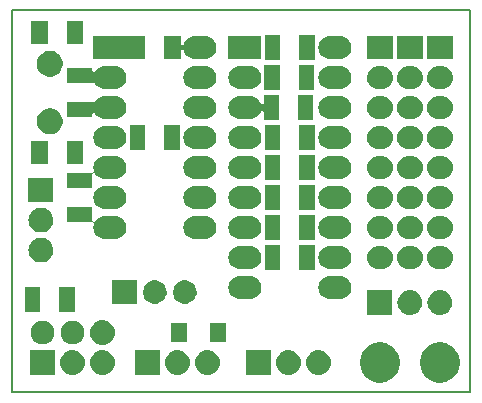
<source format=gbr>
G04 #@! TF.GenerationSoftware,KiCad,Pcbnew,(5.0.2)-1*
G04 #@! TF.CreationDate,2018-12-23T15:01:24+01:00*
G04 #@! TF.ProjectId,MutltiSwitch_Sw8,4d75746c-7469-4537-9769-7463685f5377,0.1*
G04 #@! TF.SameCoordinates,Original*
G04 #@! TF.FileFunction,Soldermask,Bot*
G04 #@! TF.FilePolarity,Negative*
%FSLAX46Y46*%
G04 Gerber Fmt 4.6, Leading zero omitted, Abs format (unit mm)*
G04 Created by KiCad (PCBNEW (5.0.2)-1) date 23/12/2018 15:01:24*
%MOMM*%
%LPD*%
G01*
G04 APERTURE LIST*
%ADD10C,0.150000*%
%ADD11C,0.100000*%
G04 APERTURE END LIST*
D10*
X133350000Y-120650000D02*
X133350000Y-88265000D01*
X172085000Y-120650000D02*
X172085000Y-88265000D01*
X172085000Y-88265000D02*
X133350000Y-88265000D01*
X133350000Y-120650000D02*
X172085000Y-120650000D01*
D11*
G36*
X169931393Y-116453553D02*
X170040872Y-116475330D01*
X170350252Y-116603479D01*
X170628687Y-116789523D01*
X170865477Y-117026313D01*
X171051521Y-117304748D01*
X171179670Y-117614128D01*
X171245000Y-117942565D01*
X171245000Y-118277435D01*
X171179670Y-118605872D01*
X171051521Y-118915252D01*
X170865477Y-119193687D01*
X170628687Y-119430477D01*
X170350252Y-119616521D01*
X170040872Y-119744670D01*
X169931393Y-119766447D01*
X169712437Y-119810000D01*
X169377563Y-119810000D01*
X169158607Y-119766447D01*
X169049128Y-119744670D01*
X168739748Y-119616521D01*
X168461313Y-119430477D01*
X168224523Y-119193687D01*
X168038479Y-118915252D01*
X167910330Y-118605872D01*
X167845000Y-118277435D01*
X167845000Y-117942565D01*
X167910330Y-117614128D01*
X168038479Y-117304748D01*
X168224523Y-117026313D01*
X168461313Y-116789523D01*
X168739748Y-116603479D01*
X169049128Y-116475330D01*
X169158607Y-116453553D01*
X169377563Y-116410000D01*
X169712437Y-116410000D01*
X169931393Y-116453553D01*
X169931393Y-116453553D01*
G37*
G36*
X164851393Y-116453553D02*
X164960872Y-116475330D01*
X165270252Y-116603479D01*
X165548687Y-116789523D01*
X165785477Y-117026313D01*
X165971521Y-117304748D01*
X166099670Y-117614128D01*
X166165000Y-117942565D01*
X166165000Y-118277435D01*
X166099670Y-118605872D01*
X165971521Y-118915252D01*
X165785477Y-119193687D01*
X165548687Y-119430477D01*
X165270252Y-119616521D01*
X164960872Y-119744670D01*
X164851393Y-119766447D01*
X164632437Y-119810000D01*
X164297563Y-119810000D01*
X164078607Y-119766447D01*
X163969128Y-119744670D01*
X163659748Y-119616521D01*
X163381313Y-119430477D01*
X163144523Y-119193687D01*
X162958479Y-118915252D01*
X162830330Y-118605872D01*
X162765000Y-118277435D01*
X162765000Y-117942565D01*
X162830330Y-117614128D01*
X162958479Y-117304748D01*
X163144523Y-117026313D01*
X163381313Y-116789523D01*
X163659748Y-116603479D01*
X163969128Y-116475330D01*
X164078607Y-116453553D01*
X164297563Y-116410000D01*
X164632437Y-116410000D01*
X164851393Y-116453553D01*
X164851393Y-116453553D01*
G37*
G36*
X159386707Y-117067596D02*
X159463836Y-117075193D01*
X159595787Y-117115220D01*
X159661763Y-117135233D01*
X159844172Y-117232733D01*
X160004054Y-117363946D01*
X160135267Y-117523828D01*
X160232767Y-117706237D01*
X160232767Y-117706238D01*
X160292807Y-117904164D01*
X160313080Y-118110000D01*
X160292807Y-118315836D01*
X160252780Y-118447787D01*
X160232767Y-118513763D01*
X160135267Y-118696172D01*
X160004054Y-118856054D01*
X159844172Y-118987267D01*
X159661763Y-119084767D01*
X159595787Y-119104780D01*
X159463836Y-119144807D01*
X159386707Y-119152403D01*
X159309580Y-119160000D01*
X159206420Y-119160000D01*
X159129293Y-119152403D01*
X159052164Y-119144807D01*
X158920213Y-119104780D01*
X158854237Y-119084767D01*
X158671828Y-118987267D01*
X158511946Y-118856054D01*
X158380733Y-118696172D01*
X158283233Y-118513763D01*
X158263220Y-118447787D01*
X158223193Y-118315836D01*
X158202920Y-118110000D01*
X158223193Y-117904164D01*
X158283233Y-117706238D01*
X158283233Y-117706237D01*
X158380733Y-117523828D01*
X158511946Y-117363946D01*
X158671828Y-117232733D01*
X158854237Y-117135233D01*
X158920213Y-117115220D01*
X159052164Y-117075193D01*
X159129293Y-117067596D01*
X159206420Y-117060000D01*
X159309580Y-117060000D01*
X159386707Y-117067596D01*
X159386707Y-117067596D01*
G37*
G36*
X149988707Y-117067596D02*
X150065836Y-117075193D01*
X150197787Y-117115220D01*
X150263763Y-117135233D01*
X150446172Y-117232733D01*
X150606054Y-117363946D01*
X150737267Y-117523828D01*
X150834767Y-117706237D01*
X150834767Y-117706238D01*
X150894807Y-117904164D01*
X150915080Y-118110000D01*
X150894807Y-118315836D01*
X150854780Y-118447787D01*
X150834767Y-118513763D01*
X150737267Y-118696172D01*
X150606054Y-118856054D01*
X150446172Y-118987267D01*
X150263763Y-119084767D01*
X150197787Y-119104780D01*
X150065836Y-119144807D01*
X149988707Y-119152403D01*
X149911580Y-119160000D01*
X149808420Y-119160000D01*
X149731293Y-119152403D01*
X149654164Y-119144807D01*
X149522213Y-119104780D01*
X149456237Y-119084767D01*
X149273828Y-118987267D01*
X149113946Y-118856054D01*
X148982733Y-118696172D01*
X148885233Y-118513763D01*
X148865220Y-118447787D01*
X148825193Y-118315836D01*
X148804920Y-118110000D01*
X148825193Y-117904164D01*
X148885233Y-117706238D01*
X148885233Y-117706237D01*
X148982733Y-117523828D01*
X149113946Y-117363946D01*
X149273828Y-117232733D01*
X149456237Y-117135233D01*
X149522213Y-117115220D01*
X149654164Y-117075193D01*
X149731293Y-117067596D01*
X149808420Y-117060000D01*
X149911580Y-117060000D01*
X149988707Y-117067596D01*
X149988707Y-117067596D01*
G37*
G36*
X141098707Y-117067596D02*
X141175836Y-117075193D01*
X141307787Y-117115220D01*
X141373763Y-117135233D01*
X141556172Y-117232733D01*
X141716054Y-117363946D01*
X141847267Y-117523828D01*
X141944767Y-117706237D01*
X141944767Y-117706238D01*
X142004807Y-117904164D01*
X142025080Y-118110000D01*
X142004807Y-118315836D01*
X141964780Y-118447787D01*
X141944767Y-118513763D01*
X141847267Y-118696172D01*
X141716054Y-118856054D01*
X141556172Y-118987267D01*
X141373763Y-119084767D01*
X141307787Y-119104780D01*
X141175836Y-119144807D01*
X141098707Y-119152403D01*
X141021580Y-119160000D01*
X140918420Y-119160000D01*
X140841293Y-119152403D01*
X140764164Y-119144807D01*
X140632213Y-119104780D01*
X140566237Y-119084767D01*
X140383828Y-118987267D01*
X140223946Y-118856054D01*
X140092733Y-118696172D01*
X139995233Y-118513763D01*
X139975220Y-118447787D01*
X139935193Y-118315836D01*
X139914920Y-118110000D01*
X139935193Y-117904164D01*
X139995233Y-117706238D01*
X139995233Y-117706237D01*
X140092733Y-117523828D01*
X140223946Y-117363946D01*
X140383828Y-117232733D01*
X140566237Y-117135233D01*
X140632213Y-117115220D01*
X140764164Y-117075193D01*
X140841293Y-117067596D01*
X140918420Y-117060000D01*
X141021580Y-117060000D01*
X141098707Y-117067596D01*
X141098707Y-117067596D01*
G37*
G36*
X138558707Y-117067596D02*
X138635836Y-117075193D01*
X138767787Y-117115220D01*
X138833763Y-117135233D01*
X139016172Y-117232733D01*
X139176054Y-117363946D01*
X139307267Y-117523828D01*
X139404767Y-117706237D01*
X139404767Y-117706238D01*
X139464807Y-117904164D01*
X139485080Y-118110000D01*
X139464807Y-118315836D01*
X139424780Y-118447787D01*
X139404767Y-118513763D01*
X139307267Y-118696172D01*
X139176054Y-118856054D01*
X139016172Y-118987267D01*
X138833763Y-119084767D01*
X138767787Y-119104780D01*
X138635836Y-119144807D01*
X138558707Y-119152403D01*
X138481580Y-119160000D01*
X138378420Y-119160000D01*
X138301293Y-119152403D01*
X138224164Y-119144807D01*
X138092213Y-119104780D01*
X138026237Y-119084767D01*
X137843828Y-118987267D01*
X137683946Y-118856054D01*
X137552733Y-118696172D01*
X137455233Y-118513763D01*
X137435220Y-118447787D01*
X137395193Y-118315836D01*
X137374920Y-118110000D01*
X137395193Y-117904164D01*
X137455233Y-117706238D01*
X137455233Y-117706237D01*
X137552733Y-117523828D01*
X137683946Y-117363946D01*
X137843828Y-117232733D01*
X138026237Y-117135233D01*
X138092213Y-117115220D01*
X138224164Y-117075193D01*
X138301293Y-117067596D01*
X138378420Y-117060000D01*
X138481580Y-117060000D01*
X138558707Y-117067596D01*
X138558707Y-117067596D01*
G37*
G36*
X136940000Y-119160000D02*
X134840000Y-119160000D01*
X134840000Y-117060000D01*
X136940000Y-117060000D01*
X136940000Y-119160000D01*
X136940000Y-119160000D01*
G37*
G36*
X155228000Y-119160000D02*
X153128000Y-119160000D01*
X153128000Y-117060000D01*
X155228000Y-117060000D01*
X155228000Y-119160000D01*
X155228000Y-119160000D01*
G37*
G36*
X147448707Y-117067596D02*
X147525836Y-117075193D01*
X147657787Y-117115220D01*
X147723763Y-117135233D01*
X147906172Y-117232733D01*
X148066054Y-117363946D01*
X148197267Y-117523828D01*
X148294767Y-117706237D01*
X148294767Y-117706238D01*
X148354807Y-117904164D01*
X148375080Y-118110000D01*
X148354807Y-118315836D01*
X148314780Y-118447787D01*
X148294767Y-118513763D01*
X148197267Y-118696172D01*
X148066054Y-118856054D01*
X147906172Y-118987267D01*
X147723763Y-119084767D01*
X147657787Y-119104780D01*
X147525836Y-119144807D01*
X147448707Y-119152403D01*
X147371580Y-119160000D01*
X147268420Y-119160000D01*
X147191293Y-119152403D01*
X147114164Y-119144807D01*
X146982213Y-119104780D01*
X146916237Y-119084767D01*
X146733828Y-118987267D01*
X146573946Y-118856054D01*
X146442733Y-118696172D01*
X146345233Y-118513763D01*
X146325220Y-118447787D01*
X146285193Y-118315836D01*
X146264920Y-118110000D01*
X146285193Y-117904164D01*
X146345233Y-117706238D01*
X146345233Y-117706237D01*
X146442733Y-117523828D01*
X146573946Y-117363946D01*
X146733828Y-117232733D01*
X146916237Y-117135233D01*
X146982213Y-117115220D01*
X147114164Y-117075193D01*
X147191293Y-117067596D01*
X147268420Y-117060000D01*
X147371580Y-117060000D01*
X147448707Y-117067596D01*
X147448707Y-117067596D01*
G37*
G36*
X145830000Y-119160000D02*
X143730000Y-119160000D01*
X143730000Y-117060000D01*
X145830000Y-117060000D01*
X145830000Y-119160000D01*
X145830000Y-119160000D01*
G37*
G36*
X156846707Y-117067596D02*
X156923836Y-117075193D01*
X157055787Y-117115220D01*
X157121763Y-117135233D01*
X157304172Y-117232733D01*
X157464054Y-117363946D01*
X157595267Y-117523828D01*
X157692767Y-117706237D01*
X157692767Y-117706238D01*
X157752807Y-117904164D01*
X157773080Y-118110000D01*
X157752807Y-118315836D01*
X157712780Y-118447787D01*
X157692767Y-118513763D01*
X157595267Y-118696172D01*
X157464054Y-118856054D01*
X157304172Y-118987267D01*
X157121763Y-119084767D01*
X157055787Y-119104780D01*
X156923836Y-119144807D01*
X156846707Y-119152403D01*
X156769580Y-119160000D01*
X156666420Y-119160000D01*
X156589293Y-119152403D01*
X156512164Y-119144807D01*
X156380213Y-119104780D01*
X156314237Y-119084767D01*
X156131828Y-118987267D01*
X155971946Y-118856054D01*
X155840733Y-118696172D01*
X155743233Y-118513763D01*
X155723220Y-118447787D01*
X155683193Y-118315836D01*
X155662920Y-118110000D01*
X155683193Y-117904164D01*
X155743233Y-117706238D01*
X155743233Y-117706237D01*
X155840733Y-117523828D01*
X155971946Y-117363946D01*
X156131828Y-117232733D01*
X156314237Y-117135233D01*
X156380213Y-117115220D01*
X156512164Y-117075193D01*
X156589293Y-117067596D01*
X156666420Y-117060000D01*
X156769580Y-117060000D01*
X156846707Y-117067596D01*
X156846707Y-117067596D01*
G37*
G36*
X141098707Y-114527597D02*
X141175836Y-114535193D01*
X141307787Y-114575220D01*
X141373763Y-114595233D01*
X141556172Y-114692733D01*
X141716054Y-114823946D01*
X141847267Y-114983828D01*
X141944767Y-115166237D01*
X141944767Y-115166238D01*
X142004807Y-115364164D01*
X142025080Y-115570000D01*
X142004807Y-115775836D01*
X141978765Y-115861686D01*
X141944767Y-115973763D01*
X141847267Y-116156172D01*
X141716054Y-116316054D01*
X141556172Y-116447267D01*
X141373763Y-116544767D01*
X141307787Y-116564780D01*
X141175836Y-116604807D01*
X141098707Y-116612403D01*
X141021580Y-116620000D01*
X140918420Y-116620000D01*
X140841293Y-116612403D01*
X140764164Y-116604807D01*
X140632213Y-116564780D01*
X140566237Y-116544767D01*
X140383828Y-116447267D01*
X140223946Y-116316054D01*
X140092733Y-116156172D01*
X139995233Y-115973763D01*
X139961235Y-115861686D01*
X139935193Y-115775836D01*
X139914920Y-115570000D01*
X139935193Y-115364164D01*
X139995233Y-115166238D01*
X139995233Y-115166237D01*
X140092733Y-114983828D01*
X140223946Y-114823946D01*
X140383828Y-114692733D01*
X140566237Y-114595233D01*
X140632213Y-114575220D01*
X140764164Y-114535193D01*
X140841293Y-114527597D01*
X140918420Y-114520000D01*
X141021580Y-114520000D01*
X141098707Y-114527597D01*
X141098707Y-114527597D01*
G37*
G36*
X138605770Y-114585372D02*
X138721689Y-114608429D01*
X138903678Y-114683811D01*
X139067463Y-114793249D01*
X139206751Y-114932537D01*
X139316189Y-115096322D01*
X139391571Y-115278311D01*
X139430000Y-115471509D01*
X139430000Y-115668491D01*
X139391571Y-115861689D01*
X139316189Y-116043678D01*
X139206751Y-116207463D01*
X139067463Y-116346751D01*
X138903678Y-116456189D01*
X138721689Y-116531571D01*
X138605770Y-116554628D01*
X138528493Y-116570000D01*
X138331507Y-116570000D01*
X138254230Y-116554628D01*
X138138311Y-116531571D01*
X137956322Y-116456189D01*
X137792537Y-116346751D01*
X137653249Y-116207463D01*
X137543811Y-116043678D01*
X137468429Y-115861689D01*
X137430000Y-115668491D01*
X137430000Y-115471509D01*
X137468429Y-115278311D01*
X137543811Y-115096322D01*
X137653249Y-114932537D01*
X137792537Y-114793249D01*
X137956322Y-114683811D01*
X138138311Y-114608429D01*
X138254230Y-114585372D01*
X138331507Y-114570000D01*
X138528493Y-114570000D01*
X138605770Y-114585372D01*
X138605770Y-114585372D01*
G37*
G36*
X136065770Y-114585372D02*
X136181689Y-114608429D01*
X136363678Y-114683811D01*
X136527463Y-114793249D01*
X136666751Y-114932537D01*
X136776189Y-115096322D01*
X136851571Y-115278311D01*
X136890000Y-115471509D01*
X136890000Y-115668491D01*
X136851571Y-115861689D01*
X136776189Y-116043678D01*
X136666751Y-116207463D01*
X136527463Y-116346751D01*
X136363678Y-116456189D01*
X136181689Y-116531571D01*
X136065770Y-116554628D01*
X135988493Y-116570000D01*
X135791507Y-116570000D01*
X135714230Y-116554628D01*
X135598311Y-116531571D01*
X135416322Y-116456189D01*
X135252537Y-116346751D01*
X135113249Y-116207463D01*
X135003811Y-116043678D01*
X134928429Y-115861689D01*
X134890000Y-115668491D01*
X134890000Y-115471509D01*
X134928429Y-115278311D01*
X135003811Y-115096322D01*
X135113249Y-114932537D01*
X135252537Y-114793249D01*
X135416322Y-114683811D01*
X135598311Y-114608429D01*
X135714230Y-114585372D01*
X135791507Y-114570000D01*
X135988493Y-114570000D01*
X136065770Y-114585372D01*
X136065770Y-114585372D01*
G37*
G36*
X151398000Y-116370000D02*
X150098000Y-116370000D01*
X150098000Y-114770000D01*
X151398000Y-114770000D01*
X151398000Y-116370000D01*
X151398000Y-116370000D01*
G37*
G36*
X148098000Y-116370000D02*
X146798000Y-116370000D01*
X146798000Y-114770000D01*
X148098000Y-114770000D01*
X148098000Y-116370000D01*
X148098000Y-116370000D01*
G37*
G36*
X165515000Y-114080000D02*
X163415000Y-114080000D01*
X163415000Y-111980000D01*
X165515000Y-111980000D01*
X165515000Y-114080000D01*
X165515000Y-114080000D01*
G37*
G36*
X167133707Y-111987596D02*
X167210836Y-111995193D01*
X167342787Y-112035220D01*
X167408763Y-112055233D01*
X167591172Y-112152733D01*
X167751054Y-112283946D01*
X167882267Y-112443828D01*
X167979767Y-112626237D01*
X167979767Y-112626238D01*
X168039807Y-112824164D01*
X168060080Y-113030000D01*
X168039807Y-113235836D01*
X167999780Y-113367787D01*
X167979767Y-113433763D01*
X167882267Y-113616172D01*
X167751054Y-113776054D01*
X167591172Y-113907267D01*
X167408763Y-114004767D01*
X167342787Y-114024780D01*
X167210836Y-114064807D01*
X167133707Y-114072404D01*
X167056580Y-114080000D01*
X166953420Y-114080000D01*
X166876293Y-114072404D01*
X166799164Y-114064807D01*
X166667213Y-114024780D01*
X166601237Y-114004767D01*
X166418828Y-113907267D01*
X166258946Y-113776054D01*
X166127733Y-113616172D01*
X166030233Y-113433763D01*
X166010220Y-113367787D01*
X165970193Y-113235836D01*
X165949920Y-113030000D01*
X165970193Y-112824164D01*
X166030233Y-112626238D01*
X166030233Y-112626237D01*
X166127733Y-112443828D01*
X166258946Y-112283946D01*
X166418828Y-112152733D01*
X166601237Y-112055233D01*
X166667213Y-112035220D01*
X166799164Y-111995193D01*
X166876293Y-111987596D01*
X166953420Y-111980000D01*
X167056580Y-111980000D01*
X167133707Y-111987596D01*
X167133707Y-111987596D01*
G37*
G36*
X169673707Y-111987596D02*
X169750836Y-111995193D01*
X169882787Y-112035220D01*
X169948763Y-112055233D01*
X170131172Y-112152733D01*
X170291054Y-112283946D01*
X170422267Y-112443828D01*
X170519767Y-112626237D01*
X170519767Y-112626238D01*
X170579807Y-112824164D01*
X170600080Y-113030000D01*
X170579807Y-113235836D01*
X170539780Y-113367787D01*
X170519767Y-113433763D01*
X170422267Y-113616172D01*
X170291054Y-113776054D01*
X170131172Y-113907267D01*
X169948763Y-114004767D01*
X169882787Y-114024780D01*
X169750836Y-114064807D01*
X169673707Y-114072404D01*
X169596580Y-114080000D01*
X169493420Y-114080000D01*
X169416293Y-114072404D01*
X169339164Y-114064807D01*
X169207213Y-114024780D01*
X169141237Y-114004767D01*
X168958828Y-113907267D01*
X168798946Y-113776054D01*
X168667733Y-113616172D01*
X168570233Y-113433763D01*
X168550220Y-113367787D01*
X168510193Y-113235836D01*
X168489920Y-113030000D01*
X168510193Y-112824164D01*
X168570233Y-112626238D01*
X168570233Y-112626237D01*
X168667733Y-112443828D01*
X168798946Y-112283946D01*
X168958828Y-112152733D01*
X169141237Y-112055233D01*
X169207213Y-112035220D01*
X169339164Y-111995193D01*
X169416293Y-111987596D01*
X169493420Y-111980000D01*
X169596580Y-111980000D01*
X169673707Y-111987596D01*
X169673707Y-111987596D01*
G37*
G36*
X135725000Y-113826000D02*
X134425000Y-113826000D01*
X134425000Y-111726000D01*
X135725000Y-111726000D01*
X135725000Y-113826000D01*
X135725000Y-113826000D01*
G37*
G36*
X138625000Y-113826000D02*
X137325000Y-113826000D01*
X137325000Y-111726000D01*
X138625000Y-111726000D01*
X138625000Y-113826000D01*
X138625000Y-113826000D01*
G37*
G36*
X143925000Y-113191000D02*
X141825000Y-113191000D01*
X141825000Y-111091000D01*
X143925000Y-111091000D01*
X143925000Y-113191000D01*
X143925000Y-113191000D01*
G37*
G36*
X145590770Y-111156372D02*
X145706689Y-111179429D01*
X145888678Y-111254811D01*
X146052463Y-111364249D01*
X146191751Y-111503537D01*
X146301189Y-111667322D01*
X146376571Y-111849311D01*
X146397798Y-111956030D01*
X146415000Y-112042507D01*
X146415000Y-112239493D01*
X146399628Y-112316770D01*
X146376571Y-112432689D01*
X146301189Y-112614678D01*
X146191751Y-112778463D01*
X146052463Y-112917751D01*
X145888678Y-113027189D01*
X145706689Y-113102571D01*
X145590770Y-113125628D01*
X145513493Y-113141000D01*
X145316507Y-113141000D01*
X145239230Y-113125628D01*
X145123311Y-113102571D01*
X144941322Y-113027189D01*
X144777537Y-112917751D01*
X144638249Y-112778463D01*
X144528811Y-112614678D01*
X144453429Y-112432689D01*
X144430372Y-112316770D01*
X144415000Y-112239493D01*
X144415000Y-112042507D01*
X144432202Y-111956030D01*
X144453429Y-111849311D01*
X144528811Y-111667322D01*
X144638249Y-111503537D01*
X144777537Y-111364249D01*
X144941322Y-111254811D01*
X145123311Y-111179429D01*
X145239230Y-111156372D01*
X145316507Y-111141000D01*
X145513493Y-111141000D01*
X145590770Y-111156372D01*
X145590770Y-111156372D01*
G37*
G36*
X148130770Y-111156372D02*
X148246689Y-111179429D01*
X148428678Y-111254811D01*
X148592463Y-111364249D01*
X148731751Y-111503537D01*
X148841189Y-111667322D01*
X148916571Y-111849311D01*
X148937798Y-111956030D01*
X148955000Y-112042507D01*
X148955000Y-112239493D01*
X148939628Y-112316770D01*
X148916571Y-112432689D01*
X148841189Y-112614678D01*
X148731751Y-112778463D01*
X148592463Y-112917751D01*
X148428678Y-113027189D01*
X148246689Y-113102571D01*
X148130770Y-113125628D01*
X148053493Y-113141000D01*
X147856507Y-113141000D01*
X147779230Y-113125628D01*
X147663311Y-113102571D01*
X147481322Y-113027189D01*
X147317537Y-112917751D01*
X147178249Y-112778463D01*
X147068811Y-112614678D01*
X146993429Y-112432689D01*
X146970372Y-112316770D01*
X146955000Y-112239493D01*
X146955000Y-112042507D01*
X146972202Y-111956030D01*
X146993429Y-111849311D01*
X147068811Y-111667322D01*
X147178249Y-111503537D01*
X147317537Y-111364249D01*
X147481322Y-111254811D01*
X147663311Y-111179429D01*
X147779230Y-111156372D01*
X147856507Y-111141000D01*
X148053493Y-111141000D01*
X148130770Y-111156372D01*
X148130770Y-111156372D01*
G37*
G36*
X153631030Y-110774469D02*
X153631033Y-110774470D01*
X153631034Y-110774470D01*
X153819535Y-110831651D01*
X153819537Y-110831652D01*
X153993260Y-110924509D01*
X154145528Y-111049472D01*
X154270491Y-111201740D01*
X154363348Y-111375463D01*
X154420531Y-111563970D01*
X154439838Y-111760000D01*
X154420531Y-111956030D01*
X154420530Y-111956033D01*
X154420530Y-111956034D01*
X154394299Y-112042507D01*
X154363348Y-112144537D01*
X154270491Y-112318260D01*
X154145528Y-112470528D01*
X153993260Y-112595491D01*
X153993258Y-112595492D01*
X153819535Y-112688349D01*
X153631034Y-112745530D01*
X153631033Y-112745530D01*
X153631030Y-112745531D01*
X153484124Y-112760000D01*
X152585876Y-112760000D01*
X152438970Y-112745531D01*
X152438967Y-112745530D01*
X152438966Y-112745530D01*
X152250465Y-112688349D01*
X152076742Y-112595492D01*
X152076740Y-112595491D01*
X151924472Y-112470528D01*
X151799509Y-112318260D01*
X151706652Y-112144537D01*
X151675702Y-112042507D01*
X151649470Y-111956034D01*
X151649470Y-111956033D01*
X151649469Y-111956030D01*
X151630162Y-111760000D01*
X151649469Y-111563970D01*
X151706652Y-111375463D01*
X151799509Y-111201740D01*
X151924472Y-111049472D01*
X152076740Y-110924509D01*
X152250463Y-110831652D01*
X152250465Y-110831651D01*
X152438966Y-110774470D01*
X152438967Y-110774470D01*
X152438970Y-110774469D01*
X152585876Y-110760000D01*
X153484124Y-110760000D01*
X153631030Y-110774469D01*
X153631030Y-110774469D01*
G37*
G36*
X161251030Y-110774469D02*
X161251033Y-110774470D01*
X161251034Y-110774470D01*
X161439535Y-110831651D01*
X161439537Y-110831652D01*
X161613260Y-110924509D01*
X161765528Y-111049472D01*
X161890491Y-111201740D01*
X161983348Y-111375463D01*
X162040531Y-111563970D01*
X162059838Y-111760000D01*
X162040531Y-111956030D01*
X162040530Y-111956033D01*
X162040530Y-111956034D01*
X162014299Y-112042507D01*
X161983348Y-112144537D01*
X161890491Y-112318260D01*
X161765528Y-112470528D01*
X161613260Y-112595491D01*
X161613258Y-112595492D01*
X161439535Y-112688349D01*
X161251034Y-112745530D01*
X161251033Y-112745530D01*
X161251030Y-112745531D01*
X161104124Y-112760000D01*
X160205876Y-112760000D01*
X160058970Y-112745531D01*
X160058967Y-112745530D01*
X160058966Y-112745530D01*
X159870465Y-112688349D01*
X159696742Y-112595492D01*
X159696740Y-112595491D01*
X159544472Y-112470528D01*
X159419509Y-112318260D01*
X159326652Y-112144537D01*
X159295702Y-112042507D01*
X159269470Y-111956034D01*
X159269470Y-111956033D01*
X159269469Y-111956030D01*
X159250162Y-111760000D01*
X159269469Y-111563970D01*
X159326652Y-111375463D01*
X159419509Y-111201740D01*
X159544472Y-111049472D01*
X159696740Y-110924509D01*
X159870463Y-110831652D01*
X159870465Y-110831651D01*
X160058966Y-110774470D01*
X160058967Y-110774470D01*
X160058970Y-110774469D01*
X160205876Y-110760000D01*
X161104124Y-110760000D01*
X161251030Y-110774469D01*
X161251030Y-110774469D01*
G37*
G36*
X156045000Y-110270000D02*
X154745000Y-110270000D01*
X154745000Y-108170000D01*
X156045000Y-108170000D01*
X156045000Y-110270000D01*
X156045000Y-110270000D01*
G37*
G36*
X158945000Y-110270000D02*
X157645000Y-110270000D01*
X157645000Y-108170000D01*
X158945000Y-108170000D01*
X158945000Y-110270000D01*
X158945000Y-110270000D01*
G37*
G36*
X161251030Y-108234469D02*
X161251033Y-108234470D01*
X161251034Y-108234470D01*
X161439535Y-108291651D01*
X161439537Y-108291652D01*
X161613260Y-108384509D01*
X161765528Y-108509472D01*
X161890491Y-108661740D01*
X161983348Y-108835463D01*
X162040531Y-109023970D01*
X162059838Y-109220000D01*
X162040531Y-109416030D01*
X161983348Y-109604537D01*
X161890491Y-109778260D01*
X161765528Y-109930528D01*
X161613260Y-110055491D01*
X161613258Y-110055492D01*
X161439535Y-110148349D01*
X161251034Y-110205530D01*
X161251033Y-110205530D01*
X161251030Y-110205531D01*
X161104124Y-110220000D01*
X160205876Y-110220000D01*
X160058970Y-110205531D01*
X160058967Y-110205530D01*
X160058966Y-110205530D01*
X159870465Y-110148349D01*
X159696742Y-110055492D01*
X159696740Y-110055491D01*
X159544472Y-109930528D01*
X159419509Y-109778260D01*
X159326652Y-109604537D01*
X159269469Y-109416030D01*
X159250162Y-109220000D01*
X159269469Y-109023970D01*
X159326652Y-108835463D01*
X159419509Y-108661740D01*
X159544472Y-108509472D01*
X159696740Y-108384509D01*
X159870463Y-108291652D01*
X159870465Y-108291651D01*
X160058966Y-108234470D01*
X160058967Y-108234470D01*
X160058970Y-108234469D01*
X160205876Y-108220000D01*
X161104124Y-108220000D01*
X161251030Y-108234469D01*
X161251030Y-108234469D01*
G37*
G36*
X153631030Y-108234469D02*
X153631033Y-108234470D01*
X153631034Y-108234470D01*
X153819535Y-108291651D01*
X153819537Y-108291652D01*
X153993260Y-108384509D01*
X154145528Y-108509472D01*
X154270491Y-108661740D01*
X154363348Y-108835463D01*
X154420531Y-109023970D01*
X154439838Y-109220000D01*
X154420531Y-109416030D01*
X154363348Y-109604537D01*
X154270491Y-109778260D01*
X154145528Y-109930528D01*
X153993260Y-110055491D01*
X153993258Y-110055492D01*
X153819535Y-110148349D01*
X153631034Y-110205530D01*
X153631033Y-110205530D01*
X153631030Y-110205531D01*
X153484124Y-110220000D01*
X152585876Y-110220000D01*
X152438970Y-110205531D01*
X152438967Y-110205530D01*
X152438966Y-110205530D01*
X152250465Y-110148349D01*
X152076742Y-110055492D01*
X152076740Y-110055491D01*
X151924472Y-109930528D01*
X151799509Y-109778260D01*
X151706652Y-109604537D01*
X151649469Y-109416030D01*
X151630162Y-109220000D01*
X151649469Y-109023970D01*
X151706652Y-108835463D01*
X151799509Y-108661740D01*
X151924472Y-108509472D01*
X152076740Y-108384509D01*
X152250463Y-108291652D01*
X152250465Y-108291651D01*
X152438966Y-108234470D01*
X152438967Y-108234470D01*
X152438970Y-108234469D01*
X152585876Y-108220000D01*
X153484124Y-108220000D01*
X153631030Y-108234469D01*
X153631030Y-108234469D01*
G37*
G36*
X169811448Y-108276873D02*
X169881232Y-108283746D01*
X169970770Y-108310907D01*
X170060309Y-108338068D01*
X170225347Y-108426283D01*
X170370001Y-108544999D01*
X170488717Y-108689653D01*
X170576932Y-108854691D01*
X170576932Y-108854692D01*
X170631254Y-109033768D01*
X170649596Y-109220000D01*
X170631254Y-109406232D01*
X170614256Y-109462267D01*
X170576932Y-109585309D01*
X170488717Y-109750347D01*
X170370001Y-109895001D01*
X170225347Y-110013717D01*
X170060309Y-110101932D01*
X169970770Y-110129093D01*
X169881232Y-110156254D01*
X169741666Y-110170000D01*
X169348334Y-110170000D01*
X169208768Y-110156254D01*
X169119230Y-110129093D01*
X169029691Y-110101932D01*
X168864653Y-110013717D01*
X168719999Y-109895001D01*
X168601283Y-109750347D01*
X168513068Y-109585309D01*
X168475744Y-109462267D01*
X168458746Y-109406232D01*
X168440404Y-109220000D01*
X168458746Y-109033768D01*
X168513068Y-108854692D01*
X168513068Y-108854691D01*
X168601283Y-108689653D01*
X168719999Y-108544999D01*
X168864653Y-108426283D01*
X169029691Y-108338068D01*
X169119230Y-108310907D01*
X169208768Y-108283746D01*
X169278552Y-108276873D01*
X169348334Y-108270000D01*
X169741666Y-108270000D01*
X169811448Y-108276873D01*
X169811448Y-108276873D01*
G37*
G36*
X164731448Y-108276873D02*
X164801232Y-108283746D01*
X164890770Y-108310907D01*
X164980309Y-108338068D01*
X165145347Y-108426283D01*
X165290001Y-108544999D01*
X165408717Y-108689653D01*
X165496932Y-108854691D01*
X165496932Y-108854692D01*
X165551254Y-109033768D01*
X165569596Y-109220000D01*
X165551254Y-109406232D01*
X165534256Y-109462267D01*
X165496932Y-109585309D01*
X165408717Y-109750347D01*
X165290001Y-109895001D01*
X165145347Y-110013717D01*
X164980309Y-110101932D01*
X164890770Y-110129093D01*
X164801232Y-110156254D01*
X164661666Y-110170000D01*
X164268334Y-110170000D01*
X164128768Y-110156254D01*
X164039230Y-110129093D01*
X163949691Y-110101932D01*
X163784653Y-110013717D01*
X163639999Y-109895001D01*
X163521283Y-109750347D01*
X163433068Y-109585309D01*
X163395744Y-109462267D01*
X163378746Y-109406232D01*
X163360404Y-109220000D01*
X163378746Y-109033768D01*
X163433068Y-108854692D01*
X163433068Y-108854691D01*
X163521283Y-108689653D01*
X163639999Y-108544999D01*
X163784653Y-108426283D01*
X163949691Y-108338068D01*
X164039230Y-108310907D01*
X164128768Y-108283746D01*
X164198552Y-108276873D01*
X164268334Y-108270000D01*
X164661666Y-108270000D01*
X164731448Y-108276873D01*
X164731448Y-108276873D01*
G37*
G36*
X167271448Y-108276873D02*
X167341232Y-108283746D01*
X167430770Y-108310907D01*
X167520309Y-108338068D01*
X167685347Y-108426283D01*
X167830001Y-108544999D01*
X167948717Y-108689653D01*
X168036932Y-108854691D01*
X168036932Y-108854692D01*
X168091254Y-109033768D01*
X168109596Y-109220000D01*
X168091254Y-109406232D01*
X168074256Y-109462267D01*
X168036932Y-109585309D01*
X167948717Y-109750347D01*
X167830001Y-109895001D01*
X167685347Y-110013717D01*
X167520309Y-110101932D01*
X167430770Y-110129093D01*
X167341232Y-110156254D01*
X167201666Y-110170000D01*
X166808334Y-110170000D01*
X166668768Y-110156254D01*
X166579230Y-110129093D01*
X166489691Y-110101932D01*
X166324653Y-110013717D01*
X166179999Y-109895001D01*
X166061283Y-109750347D01*
X165973068Y-109585309D01*
X165935744Y-109462267D01*
X165918746Y-109406232D01*
X165900404Y-109220000D01*
X165918746Y-109033768D01*
X165973068Y-108854692D01*
X165973068Y-108854691D01*
X166061283Y-108689653D01*
X166179999Y-108544999D01*
X166324653Y-108426283D01*
X166489691Y-108338068D01*
X166579230Y-108310907D01*
X166668768Y-108283746D01*
X166738552Y-108276873D01*
X166808334Y-108270000D01*
X167201666Y-108270000D01*
X167271448Y-108276873D01*
X167271448Y-108276873D01*
G37*
G36*
X135891707Y-107542597D02*
X135968836Y-107550193D01*
X136100787Y-107590220D01*
X136166763Y-107610233D01*
X136349172Y-107707733D01*
X136509054Y-107838946D01*
X136640267Y-107998828D01*
X136737767Y-108181237D01*
X136737767Y-108181238D01*
X136797807Y-108379164D01*
X136818080Y-108585000D01*
X136797807Y-108790836D01*
X136757780Y-108922787D01*
X136737767Y-108988763D01*
X136640267Y-109171172D01*
X136509054Y-109331054D01*
X136349172Y-109462267D01*
X136166763Y-109559767D01*
X136100787Y-109579780D01*
X135968836Y-109619807D01*
X135891707Y-109627403D01*
X135814580Y-109635000D01*
X135711420Y-109635000D01*
X135634293Y-109627403D01*
X135557164Y-109619807D01*
X135425213Y-109579780D01*
X135359237Y-109559767D01*
X135176828Y-109462267D01*
X135016946Y-109331054D01*
X134885733Y-109171172D01*
X134788233Y-108988763D01*
X134768220Y-108922787D01*
X134728193Y-108790836D01*
X134707920Y-108585000D01*
X134728193Y-108379164D01*
X134788233Y-108181238D01*
X134788233Y-108181237D01*
X134885733Y-107998828D01*
X135016946Y-107838946D01*
X135176828Y-107707733D01*
X135359237Y-107610233D01*
X135425213Y-107590220D01*
X135557164Y-107550193D01*
X135634293Y-107542597D01*
X135711420Y-107535000D01*
X135814580Y-107535000D01*
X135891707Y-107542597D01*
X135891707Y-107542597D01*
G37*
G36*
X156045000Y-107730000D02*
X154745000Y-107730000D01*
X154745000Y-105630000D01*
X156045000Y-105630000D01*
X156045000Y-107730000D01*
X156045000Y-107730000D01*
G37*
G36*
X158945000Y-107730000D02*
X157645000Y-107730000D01*
X157645000Y-105630000D01*
X158945000Y-105630000D01*
X158945000Y-107730000D01*
X158945000Y-107730000D01*
G37*
G36*
X149821030Y-105694469D02*
X149821033Y-105694470D01*
X149821034Y-105694470D01*
X150009535Y-105751651D01*
X150009537Y-105751652D01*
X150183260Y-105844509D01*
X150335528Y-105969472D01*
X150460491Y-106121740D01*
X150460492Y-106121742D01*
X150553349Y-106295465D01*
X150610530Y-106483966D01*
X150610531Y-106483970D01*
X150629838Y-106680000D01*
X150610531Y-106876030D01*
X150553348Y-107064537D01*
X150460491Y-107238260D01*
X150335528Y-107390528D01*
X150183260Y-107515491D01*
X150183258Y-107515492D01*
X150009535Y-107608349D01*
X149821034Y-107665530D01*
X149821033Y-107665530D01*
X149821030Y-107665531D01*
X149674124Y-107680000D01*
X148775876Y-107680000D01*
X148628970Y-107665531D01*
X148628967Y-107665530D01*
X148628966Y-107665530D01*
X148440465Y-107608349D01*
X148266742Y-107515492D01*
X148266740Y-107515491D01*
X148114472Y-107390528D01*
X147989509Y-107238260D01*
X147896652Y-107064537D01*
X147839469Y-106876030D01*
X147820162Y-106680000D01*
X147839469Y-106483970D01*
X147839470Y-106483966D01*
X147896651Y-106295465D01*
X147989508Y-106121742D01*
X147989509Y-106121740D01*
X148114472Y-105969472D01*
X148266740Y-105844509D01*
X148440463Y-105751652D01*
X148440465Y-105751651D01*
X148628966Y-105694470D01*
X148628967Y-105694470D01*
X148628970Y-105694469D01*
X148775876Y-105680000D01*
X149674124Y-105680000D01*
X149821030Y-105694469D01*
X149821030Y-105694469D01*
G37*
G36*
X140115000Y-106098864D02*
X140117402Y-106123250D01*
X140124515Y-106146699D01*
X140136066Y-106168310D01*
X140151612Y-106187252D01*
X140170554Y-106202798D01*
X140192165Y-106214349D01*
X140215614Y-106221462D01*
X140240000Y-106223864D01*
X140264386Y-106221462D01*
X140287835Y-106214349D01*
X140309446Y-106202798D01*
X140328388Y-106187252D01*
X140350240Y-106157789D01*
X140369508Y-106121741D01*
X140494472Y-105969472D01*
X140646740Y-105844509D01*
X140820463Y-105751652D01*
X140820465Y-105751651D01*
X141008966Y-105694470D01*
X141008967Y-105694470D01*
X141008970Y-105694469D01*
X141155876Y-105680000D01*
X142054124Y-105680000D01*
X142201030Y-105694469D01*
X142201033Y-105694470D01*
X142201034Y-105694470D01*
X142389535Y-105751651D01*
X142389537Y-105751652D01*
X142563260Y-105844509D01*
X142715528Y-105969472D01*
X142840491Y-106121740D01*
X142840492Y-106121742D01*
X142933349Y-106295465D01*
X142990530Y-106483966D01*
X142990531Y-106483970D01*
X143009838Y-106680000D01*
X142990531Y-106876030D01*
X142933348Y-107064537D01*
X142840491Y-107238260D01*
X142715528Y-107390528D01*
X142563260Y-107515491D01*
X142563258Y-107515492D01*
X142389535Y-107608349D01*
X142201034Y-107665530D01*
X142201033Y-107665530D01*
X142201030Y-107665531D01*
X142054124Y-107680000D01*
X141155876Y-107680000D01*
X141008970Y-107665531D01*
X141008967Y-107665530D01*
X141008966Y-107665530D01*
X140820465Y-107608349D01*
X140646742Y-107515492D01*
X140646740Y-107515491D01*
X140494472Y-107390528D01*
X140369509Y-107238260D01*
X140276652Y-107064537D01*
X140219469Y-106876030D01*
X140200162Y-106680000D01*
X140219469Y-106483965D01*
X140244550Y-106401286D01*
X140249331Y-106377252D01*
X140249331Y-106352748D01*
X140244551Y-106328715D01*
X140235173Y-106306076D01*
X140221560Y-106285701D01*
X140204232Y-106268374D01*
X140183858Y-106254760D01*
X140161219Y-106245383D01*
X140137185Y-106240602D01*
X140124933Y-106240000D01*
X138015000Y-106240000D01*
X138015000Y-104940000D01*
X140115000Y-104940000D01*
X140115000Y-106098864D01*
X140115000Y-106098864D01*
G37*
G36*
X161251030Y-105694469D02*
X161251033Y-105694470D01*
X161251034Y-105694470D01*
X161439535Y-105751651D01*
X161439537Y-105751652D01*
X161613260Y-105844509D01*
X161765528Y-105969472D01*
X161890491Y-106121740D01*
X161890492Y-106121742D01*
X161983349Y-106295465D01*
X162040530Y-106483966D01*
X162040531Y-106483970D01*
X162059838Y-106680000D01*
X162040531Y-106876030D01*
X161983348Y-107064537D01*
X161890491Y-107238260D01*
X161765528Y-107390528D01*
X161613260Y-107515491D01*
X161613258Y-107515492D01*
X161439535Y-107608349D01*
X161251034Y-107665530D01*
X161251033Y-107665530D01*
X161251030Y-107665531D01*
X161104124Y-107680000D01*
X160205876Y-107680000D01*
X160058970Y-107665531D01*
X160058967Y-107665530D01*
X160058966Y-107665530D01*
X159870465Y-107608349D01*
X159696742Y-107515492D01*
X159696740Y-107515491D01*
X159544472Y-107390528D01*
X159419509Y-107238260D01*
X159326652Y-107064537D01*
X159269469Y-106876030D01*
X159250162Y-106680000D01*
X159269469Y-106483970D01*
X159269470Y-106483966D01*
X159326651Y-106295465D01*
X159419508Y-106121742D01*
X159419509Y-106121740D01*
X159544472Y-105969472D01*
X159696740Y-105844509D01*
X159870463Y-105751652D01*
X159870465Y-105751651D01*
X160058966Y-105694470D01*
X160058967Y-105694470D01*
X160058970Y-105694469D01*
X160205876Y-105680000D01*
X161104124Y-105680000D01*
X161251030Y-105694469D01*
X161251030Y-105694469D01*
G37*
G36*
X153631030Y-105694469D02*
X153631033Y-105694470D01*
X153631034Y-105694470D01*
X153819535Y-105751651D01*
X153819537Y-105751652D01*
X153993260Y-105844509D01*
X154145528Y-105969472D01*
X154270491Y-106121740D01*
X154270492Y-106121742D01*
X154363349Y-106295465D01*
X154420530Y-106483966D01*
X154420531Y-106483970D01*
X154439838Y-106680000D01*
X154420531Y-106876030D01*
X154363348Y-107064537D01*
X154270491Y-107238260D01*
X154145528Y-107390528D01*
X153993260Y-107515491D01*
X153993258Y-107515492D01*
X153819535Y-107608349D01*
X153631034Y-107665530D01*
X153631033Y-107665530D01*
X153631030Y-107665531D01*
X153484124Y-107680000D01*
X152585876Y-107680000D01*
X152438970Y-107665531D01*
X152438967Y-107665530D01*
X152438966Y-107665530D01*
X152250465Y-107608349D01*
X152076742Y-107515492D01*
X152076740Y-107515491D01*
X151924472Y-107390528D01*
X151799509Y-107238260D01*
X151706652Y-107064537D01*
X151649469Y-106876030D01*
X151630162Y-106680000D01*
X151649469Y-106483970D01*
X151649470Y-106483966D01*
X151706651Y-106295465D01*
X151799508Y-106121742D01*
X151799509Y-106121740D01*
X151924472Y-105969472D01*
X152076740Y-105844509D01*
X152250463Y-105751652D01*
X152250465Y-105751651D01*
X152438966Y-105694470D01*
X152438967Y-105694470D01*
X152438970Y-105694469D01*
X152585876Y-105680000D01*
X153484124Y-105680000D01*
X153631030Y-105694469D01*
X153631030Y-105694469D01*
G37*
G36*
X167341232Y-105743746D02*
X167430770Y-105770907D01*
X167520309Y-105798068D01*
X167685347Y-105886283D01*
X167830001Y-106004999D01*
X167948717Y-106149653D01*
X168036932Y-106314691D01*
X168036932Y-106314692D01*
X168091254Y-106493768D01*
X168109596Y-106680000D01*
X168091254Y-106866232D01*
X168074256Y-106922267D01*
X168036932Y-107045309D01*
X167948717Y-107210347D01*
X167830001Y-107355001D01*
X167685347Y-107473717D01*
X167520309Y-107561932D01*
X167430770Y-107589093D01*
X167341232Y-107616254D01*
X167201666Y-107630000D01*
X166808334Y-107630000D01*
X166668768Y-107616254D01*
X166579230Y-107589093D01*
X166489691Y-107561932D01*
X166324653Y-107473717D01*
X166179999Y-107355001D01*
X166061283Y-107210347D01*
X165973068Y-107045309D01*
X165935744Y-106922267D01*
X165918746Y-106866232D01*
X165900404Y-106680000D01*
X165918746Y-106493768D01*
X165973068Y-106314692D01*
X165973068Y-106314691D01*
X166061283Y-106149653D01*
X166179999Y-106004999D01*
X166324653Y-105886283D01*
X166489691Y-105798068D01*
X166579230Y-105770907D01*
X166668768Y-105743746D01*
X166738552Y-105736873D01*
X166808334Y-105730000D01*
X167201666Y-105730000D01*
X167341232Y-105743746D01*
X167341232Y-105743746D01*
G37*
G36*
X164801232Y-105743746D02*
X164890770Y-105770907D01*
X164980309Y-105798068D01*
X165145347Y-105886283D01*
X165290001Y-106004999D01*
X165408717Y-106149653D01*
X165496932Y-106314691D01*
X165496932Y-106314692D01*
X165551254Y-106493768D01*
X165569596Y-106680000D01*
X165551254Y-106866232D01*
X165534256Y-106922267D01*
X165496932Y-107045309D01*
X165408717Y-107210347D01*
X165290001Y-107355001D01*
X165145347Y-107473717D01*
X164980309Y-107561932D01*
X164890770Y-107589093D01*
X164801232Y-107616254D01*
X164661666Y-107630000D01*
X164268334Y-107630000D01*
X164128768Y-107616254D01*
X164039230Y-107589093D01*
X163949691Y-107561932D01*
X163784653Y-107473717D01*
X163639999Y-107355001D01*
X163521283Y-107210347D01*
X163433068Y-107045309D01*
X163395744Y-106922267D01*
X163378746Y-106866232D01*
X163360404Y-106680000D01*
X163378746Y-106493768D01*
X163433068Y-106314692D01*
X163433068Y-106314691D01*
X163521283Y-106149653D01*
X163639999Y-106004999D01*
X163784653Y-105886283D01*
X163949691Y-105798068D01*
X164039230Y-105770907D01*
X164128768Y-105743746D01*
X164198552Y-105736873D01*
X164268334Y-105730000D01*
X164661666Y-105730000D01*
X164801232Y-105743746D01*
X164801232Y-105743746D01*
G37*
G36*
X169881232Y-105743746D02*
X169970770Y-105770907D01*
X170060309Y-105798068D01*
X170225347Y-105886283D01*
X170370001Y-106004999D01*
X170488717Y-106149653D01*
X170576932Y-106314691D01*
X170576932Y-106314692D01*
X170631254Y-106493768D01*
X170649596Y-106680000D01*
X170631254Y-106866232D01*
X170614256Y-106922267D01*
X170576932Y-107045309D01*
X170488717Y-107210347D01*
X170370001Y-107355001D01*
X170225347Y-107473717D01*
X170060309Y-107561932D01*
X169970770Y-107589093D01*
X169881232Y-107616254D01*
X169741666Y-107630000D01*
X169348334Y-107630000D01*
X169208768Y-107616254D01*
X169119230Y-107589093D01*
X169029691Y-107561932D01*
X168864653Y-107473717D01*
X168719999Y-107355001D01*
X168601283Y-107210347D01*
X168513068Y-107045309D01*
X168475744Y-106922267D01*
X168458746Y-106866232D01*
X168440404Y-106680000D01*
X168458746Y-106493768D01*
X168513068Y-106314692D01*
X168513068Y-106314691D01*
X168601283Y-106149653D01*
X168719999Y-106004999D01*
X168864653Y-105886283D01*
X169029691Y-105798068D01*
X169119230Y-105770907D01*
X169208768Y-105743746D01*
X169278552Y-105736873D01*
X169348334Y-105730000D01*
X169741666Y-105730000D01*
X169881232Y-105743746D01*
X169881232Y-105743746D01*
G37*
G36*
X135891707Y-105002596D02*
X135968836Y-105010193D01*
X136100787Y-105050220D01*
X136166763Y-105070233D01*
X136349172Y-105167733D01*
X136509054Y-105298946D01*
X136640267Y-105458828D01*
X136737767Y-105641237D01*
X136737767Y-105641238D01*
X136797807Y-105839164D01*
X136818080Y-106045000D01*
X136797807Y-106250836D01*
X136766892Y-106352748D01*
X136737767Y-106448763D01*
X136640267Y-106631172D01*
X136509054Y-106791054D01*
X136349172Y-106922267D01*
X136166763Y-107019767D01*
X136100787Y-107039780D01*
X135968836Y-107079807D01*
X135891707Y-107087404D01*
X135814580Y-107095000D01*
X135711420Y-107095000D01*
X135634293Y-107087404D01*
X135557164Y-107079807D01*
X135425213Y-107039780D01*
X135359237Y-107019767D01*
X135176828Y-106922267D01*
X135016946Y-106791054D01*
X134885733Y-106631172D01*
X134788233Y-106448763D01*
X134759108Y-106352748D01*
X134728193Y-106250836D01*
X134707920Y-106045000D01*
X134728193Y-105839164D01*
X134788233Y-105641238D01*
X134788233Y-105641237D01*
X134885733Y-105458828D01*
X135016946Y-105298946D01*
X135176828Y-105167733D01*
X135359237Y-105070233D01*
X135425213Y-105050220D01*
X135557164Y-105010193D01*
X135634293Y-105002596D01*
X135711420Y-104995000D01*
X135814580Y-104995000D01*
X135891707Y-105002596D01*
X135891707Y-105002596D01*
G37*
G36*
X158945000Y-105190000D02*
X157645000Y-105190000D01*
X157645000Y-103090000D01*
X158945000Y-103090000D01*
X158945000Y-105190000D01*
X158945000Y-105190000D01*
G37*
G36*
X156045000Y-105190000D02*
X154745000Y-105190000D01*
X154745000Y-103090000D01*
X156045000Y-103090000D01*
X156045000Y-105190000D01*
X156045000Y-105190000D01*
G37*
G36*
X142201030Y-103154469D02*
X142201033Y-103154470D01*
X142201034Y-103154470D01*
X142389535Y-103211651D01*
X142389537Y-103211652D01*
X142563260Y-103304509D01*
X142715528Y-103429472D01*
X142840491Y-103581740D01*
X142933348Y-103755463D01*
X142990531Y-103943970D01*
X143009838Y-104140000D01*
X142990531Y-104336030D01*
X142933348Y-104524537D01*
X142840491Y-104698260D01*
X142715528Y-104850528D01*
X142563260Y-104975491D01*
X142563258Y-104975492D01*
X142389535Y-105068349D01*
X142201034Y-105125530D01*
X142201033Y-105125530D01*
X142201030Y-105125531D01*
X142054124Y-105140000D01*
X141155876Y-105140000D01*
X141008970Y-105125531D01*
X141008967Y-105125530D01*
X141008966Y-105125530D01*
X140820465Y-105068349D01*
X140646742Y-104975492D01*
X140646740Y-104975491D01*
X140494472Y-104850528D01*
X140369509Y-104698260D01*
X140276652Y-104524537D01*
X140219469Y-104336030D01*
X140200162Y-104140000D01*
X140219469Y-103943970D01*
X140276652Y-103755463D01*
X140369509Y-103581740D01*
X140494472Y-103429472D01*
X140646740Y-103304509D01*
X140820463Y-103211652D01*
X140820465Y-103211651D01*
X141008966Y-103154470D01*
X141008967Y-103154470D01*
X141008970Y-103154469D01*
X141155876Y-103140000D01*
X142054124Y-103140000D01*
X142201030Y-103154469D01*
X142201030Y-103154469D01*
G37*
G36*
X161251030Y-103154469D02*
X161251033Y-103154470D01*
X161251034Y-103154470D01*
X161439535Y-103211651D01*
X161439537Y-103211652D01*
X161613260Y-103304509D01*
X161765528Y-103429472D01*
X161890491Y-103581740D01*
X161983348Y-103755463D01*
X162040531Y-103943970D01*
X162059838Y-104140000D01*
X162040531Y-104336030D01*
X161983348Y-104524537D01*
X161890491Y-104698260D01*
X161765528Y-104850528D01*
X161613260Y-104975491D01*
X161613258Y-104975492D01*
X161439535Y-105068349D01*
X161251034Y-105125530D01*
X161251033Y-105125530D01*
X161251030Y-105125531D01*
X161104124Y-105140000D01*
X160205876Y-105140000D01*
X160058970Y-105125531D01*
X160058967Y-105125530D01*
X160058966Y-105125530D01*
X159870465Y-105068349D01*
X159696742Y-104975492D01*
X159696740Y-104975491D01*
X159544472Y-104850528D01*
X159419509Y-104698260D01*
X159326652Y-104524537D01*
X159269469Y-104336030D01*
X159250162Y-104140000D01*
X159269469Y-103943970D01*
X159326652Y-103755463D01*
X159419509Y-103581740D01*
X159544472Y-103429472D01*
X159696740Y-103304509D01*
X159870463Y-103211652D01*
X159870465Y-103211651D01*
X160058966Y-103154470D01*
X160058967Y-103154470D01*
X160058970Y-103154469D01*
X160205876Y-103140000D01*
X161104124Y-103140000D01*
X161251030Y-103154469D01*
X161251030Y-103154469D01*
G37*
G36*
X153631030Y-103154469D02*
X153631033Y-103154470D01*
X153631034Y-103154470D01*
X153819535Y-103211651D01*
X153819537Y-103211652D01*
X153993260Y-103304509D01*
X154145528Y-103429472D01*
X154270491Y-103581740D01*
X154363348Y-103755463D01*
X154420531Y-103943970D01*
X154439838Y-104140000D01*
X154420531Y-104336030D01*
X154363348Y-104524537D01*
X154270491Y-104698260D01*
X154145528Y-104850528D01*
X153993260Y-104975491D01*
X153993258Y-104975492D01*
X153819535Y-105068349D01*
X153631034Y-105125530D01*
X153631033Y-105125530D01*
X153631030Y-105125531D01*
X153484124Y-105140000D01*
X152585876Y-105140000D01*
X152438970Y-105125531D01*
X152438967Y-105125530D01*
X152438966Y-105125530D01*
X152250465Y-105068349D01*
X152076742Y-104975492D01*
X152076740Y-104975491D01*
X151924472Y-104850528D01*
X151799509Y-104698260D01*
X151706652Y-104524537D01*
X151649469Y-104336030D01*
X151630162Y-104140000D01*
X151649469Y-103943970D01*
X151706652Y-103755463D01*
X151799509Y-103581740D01*
X151924472Y-103429472D01*
X152076740Y-103304509D01*
X152250463Y-103211652D01*
X152250465Y-103211651D01*
X152438966Y-103154470D01*
X152438967Y-103154470D01*
X152438970Y-103154469D01*
X152585876Y-103140000D01*
X153484124Y-103140000D01*
X153631030Y-103154469D01*
X153631030Y-103154469D01*
G37*
G36*
X149821030Y-103154469D02*
X149821033Y-103154470D01*
X149821034Y-103154470D01*
X150009535Y-103211651D01*
X150009537Y-103211652D01*
X150183260Y-103304509D01*
X150335528Y-103429472D01*
X150460491Y-103581740D01*
X150553348Y-103755463D01*
X150610531Y-103943970D01*
X150629838Y-104140000D01*
X150610531Y-104336030D01*
X150553348Y-104524537D01*
X150460491Y-104698260D01*
X150335528Y-104850528D01*
X150183260Y-104975491D01*
X150183258Y-104975492D01*
X150009535Y-105068349D01*
X149821034Y-105125530D01*
X149821033Y-105125530D01*
X149821030Y-105125531D01*
X149674124Y-105140000D01*
X148775876Y-105140000D01*
X148628970Y-105125531D01*
X148628967Y-105125530D01*
X148628966Y-105125530D01*
X148440465Y-105068349D01*
X148266742Y-104975492D01*
X148266740Y-104975491D01*
X148114472Y-104850528D01*
X147989509Y-104698260D01*
X147896652Y-104524537D01*
X147839469Y-104336030D01*
X147820162Y-104140000D01*
X147839469Y-103943970D01*
X147896652Y-103755463D01*
X147989509Y-103581740D01*
X148114472Y-103429472D01*
X148266740Y-103304509D01*
X148440463Y-103211652D01*
X148440465Y-103211651D01*
X148628966Y-103154470D01*
X148628967Y-103154470D01*
X148628970Y-103154469D01*
X148775876Y-103140000D01*
X149674124Y-103140000D01*
X149821030Y-103154469D01*
X149821030Y-103154469D01*
G37*
G36*
X164731448Y-103196873D02*
X164801232Y-103203746D01*
X164890770Y-103230907D01*
X164980309Y-103258068D01*
X165145347Y-103346283D01*
X165290001Y-103464999D01*
X165408717Y-103609653D01*
X165496932Y-103774691D01*
X165496932Y-103774692D01*
X165551254Y-103953768D01*
X165569596Y-104140000D01*
X165551254Y-104326232D01*
X165524093Y-104415770D01*
X165496932Y-104505309D01*
X165408717Y-104670347D01*
X165290001Y-104815001D01*
X165145347Y-104933717D01*
X164980309Y-105021932D01*
X164890770Y-105049093D01*
X164801232Y-105076254D01*
X164731448Y-105083127D01*
X164661666Y-105090000D01*
X164268334Y-105090000D01*
X164198552Y-105083127D01*
X164128768Y-105076254D01*
X164039230Y-105049093D01*
X163949691Y-105021932D01*
X163784653Y-104933717D01*
X163639999Y-104815001D01*
X163521283Y-104670347D01*
X163433068Y-104505309D01*
X163405907Y-104415770D01*
X163378746Y-104326232D01*
X163360404Y-104140000D01*
X163378746Y-103953768D01*
X163433068Y-103774692D01*
X163433068Y-103774691D01*
X163521283Y-103609653D01*
X163639999Y-103464999D01*
X163784653Y-103346283D01*
X163949691Y-103258068D01*
X164039230Y-103230907D01*
X164128768Y-103203746D01*
X164198552Y-103196873D01*
X164268334Y-103190000D01*
X164661666Y-103190000D01*
X164731448Y-103196873D01*
X164731448Y-103196873D01*
G37*
G36*
X167271448Y-103196873D02*
X167341232Y-103203746D01*
X167430770Y-103230907D01*
X167520309Y-103258068D01*
X167685347Y-103346283D01*
X167830001Y-103464999D01*
X167948717Y-103609653D01*
X168036932Y-103774691D01*
X168036932Y-103774692D01*
X168091254Y-103953768D01*
X168109596Y-104140000D01*
X168091254Y-104326232D01*
X168064093Y-104415770D01*
X168036932Y-104505309D01*
X167948717Y-104670347D01*
X167830001Y-104815001D01*
X167685347Y-104933717D01*
X167520309Y-105021932D01*
X167430770Y-105049093D01*
X167341232Y-105076254D01*
X167271448Y-105083127D01*
X167201666Y-105090000D01*
X166808334Y-105090000D01*
X166738552Y-105083127D01*
X166668768Y-105076254D01*
X166579230Y-105049093D01*
X166489691Y-105021932D01*
X166324653Y-104933717D01*
X166179999Y-104815001D01*
X166061283Y-104670347D01*
X165973068Y-104505309D01*
X165945907Y-104415770D01*
X165918746Y-104326232D01*
X165900404Y-104140000D01*
X165918746Y-103953768D01*
X165973068Y-103774692D01*
X165973068Y-103774691D01*
X166061283Y-103609653D01*
X166179999Y-103464999D01*
X166324653Y-103346283D01*
X166489691Y-103258068D01*
X166579230Y-103230907D01*
X166668768Y-103203746D01*
X166738552Y-103196873D01*
X166808334Y-103190000D01*
X167201666Y-103190000D01*
X167271448Y-103196873D01*
X167271448Y-103196873D01*
G37*
G36*
X169811448Y-103196873D02*
X169881232Y-103203746D01*
X169970770Y-103230907D01*
X170060309Y-103258068D01*
X170225347Y-103346283D01*
X170370001Y-103464999D01*
X170488717Y-103609653D01*
X170576932Y-103774691D01*
X170576932Y-103774692D01*
X170631254Y-103953768D01*
X170649596Y-104140000D01*
X170631254Y-104326232D01*
X170604093Y-104415770D01*
X170576932Y-104505309D01*
X170488717Y-104670347D01*
X170370001Y-104815001D01*
X170225347Y-104933717D01*
X170060309Y-105021932D01*
X169970770Y-105049093D01*
X169881232Y-105076254D01*
X169811448Y-105083127D01*
X169741666Y-105090000D01*
X169348334Y-105090000D01*
X169278552Y-105083127D01*
X169208768Y-105076254D01*
X169119230Y-105049093D01*
X169029691Y-105021932D01*
X168864653Y-104933717D01*
X168719999Y-104815001D01*
X168601283Y-104670347D01*
X168513068Y-104505309D01*
X168485907Y-104415770D01*
X168458746Y-104326232D01*
X168440404Y-104140000D01*
X168458746Y-103953768D01*
X168513068Y-103774692D01*
X168513068Y-103774691D01*
X168601283Y-103609653D01*
X168719999Y-103464999D01*
X168864653Y-103346283D01*
X169029691Y-103258068D01*
X169119230Y-103230907D01*
X169208768Y-103203746D01*
X169278552Y-103196873D01*
X169348334Y-103190000D01*
X169741666Y-103190000D01*
X169811448Y-103196873D01*
X169811448Y-103196873D01*
G37*
G36*
X136813000Y-104555000D02*
X134713000Y-104555000D01*
X134713000Y-102455000D01*
X136813000Y-102455000D01*
X136813000Y-104555000D01*
X136813000Y-104555000D01*
G37*
G36*
X142201030Y-100614469D02*
X142201033Y-100614470D01*
X142201034Y-100614470D01*
X142389535Y-100671651D01*
X142389537Y-100671652D01*
X142563260Y-100764509D01*
X142715528Y-100889472D01*
X142840491Y-101041740D01*
X142840492Y-101041742D01*
X142933349Y-101215465D01*
X142990530Y-101403966D01*
X142990531Y-101403970D01*
X143009838Y-101600000D01*
X142990531Y-101796030D01*
X142990530Y-101796033D01*
X142990530Y-101796034D01*
X142939932Y-101962835D01*
X142933348Y-101984537D01*
X142840491Y-102158260D01*
X142715528Y-102310528D01*
X142563260Y-102435491D01*
X142563258Y-102435492D01*
X142389535Y-102528349D01*
X142201034Y-102585530D01*
X142201033Y-102585530D01*
X142201030Y-102585531D01*
X142054124Y-102600000D01*
X141155876Y-102600000D01*
X141008970Y-102585531D01*
X141008967Y-102585530D01*
X141008966Y-102585530D01*
X140820465Y-102528349D01*
X140646742Y-102435492D01*
X140646740Y-102435491D01*
X140494472Y-102310528D01*
X140369508Y-102158259D01*
X140350240Y-102122211D01*
X140336626Y-102101836D01*
X140319299Y-102084509D01*
X140298924Y-102070896D01*
X140276285Y-102061518D01*
X140252252Y-102056738D01*
X140227747Y-102056738D01*
X140203714Y-102061519D01*
X140181075Y-102070896D01*
X140160700Y-102084510D01*
X140143373Y-102101837D01*
X140129760Y-102122212D01*
X140120382Y-102144851D01*
X140115000Y-102181136D01*
X140115000Y-103340000D01*
X138015000Y-103340000D01*
X138015000Y-102040000D01*
X140124933Y-102040000D01*
X140149319Y-102037598D01*
X140172768Y-102030485D01*
X140194379Y-102018934D01*
X140213321Y-102003388D01*
X140228867Y-101984446D01*
X140240418Y-101962835D01*
X140247531Y-101939386D01*
X140249933Y-101915000D01*
X140247531Y-101890614D01*
X140244550Y-101878714D01*
X140219469Y-101796035D01*
X140200162Y-101600000D01*
X140219469Y-101403970D01*
X140219470Y-101403966D01*
X140276651Y-101215465D01*
X140369508Y-101041742D01*
X140369509Y-101041740D01*
X140494472Y-100889472D01*
X140646740Y-100764509D01*
X140820463Y-100671652D01*
X140820465Y-100671651D01*
X141008966Y-100614470D01*
X141008967Y-100614470D01*
X141008970Y-100614469D01*
X141155876Y-100600000D01*
X142054124Y-100600000D01*
X142201030Y-100614469D01*
X142201030Y-100614469D01*
G37*
G36*
X158945000Y-102650000D02*
X157645000Y-102650000D01*
X157645000Y-100550000D01*
X158945000Y-100550000D01*
X158945000Y-102650000D01*
X158945000Y-102650000D01*
G37*
G36*
X156045000Y-102650000D02*
X154745000Y-102650000D01*
X154745000Y-100550000D01*
X156045000Y-100550000D01*
X156045000Y-102650000D01*
X156045000Y-102650000D01*
G37*
G36*
X153631030Y-100614469D02*
X153631033Y-100614470D01*
X153631034Y-100614470D01*
X153819535Y-100671651D01*
X153819537Y-100671652D01*
X153993260Y-100764509D01*
X154145528Y-100889472D01*
X154270491Y-101041740D01*
X154270492Y-101041742D01*
X154363349Y-101215465D01*
X154420530Y-101403966D01*
X154420531Y-101403970D01*
X154439838Y-101600000D01*
X154420531Y-101796030D01*
X154420530Y-101796033D01*
X154420530Y-101796034D01*
X154369932Y-101962835D01*
X154363348Y-101984537D01*
X154270491Y-102158260D01*
X154145528Y-102310528D01*
X153993260Y-102435491D01*
X153993258Y-102435492D01*
X153819535Y-102528349D01*
X153631034Y-102585530D01*
X153631033Y-102585530D01*
X153631030Y-102585531D01*
X153484124Y-102600000D01*
X152585876Y-102600000D01*
X152438970Y-102585531D01*
X152438967Y-102585530D01*
X152438966Y-102585530D01*
X152250465Y-102528349D01*
X152076742Y-102435492D01*
X152076740Y-102435491D01*
X151924472Y-102310528D01*
X151799509Y-102158260D01*
X151706652Y-101984537D01*
X151700069Y-101962835D01*
X151649470Y-101796034D01*
X151649470Y-101796033D01*
X151649469Y-101796030D01*
X151630162Y-101600000D01*
X151649469Y-101403970D01*
X151649470Y-101403966D01*
X151706651Y-101215465D01*
X151799508Y-101041742D01*
X151799509Y-101041740D01*
X151924472Y-100889472D01*
X152076740Y-100764509D01*
X152250463Y-100671652D01*
X152250465Y-100671651D01*
X152438966Y-100614470D01*
X152438967Y-100614470D01*
X152438970Y-100614469D01*
X152585876Y-100600000D01*
X153484124Y-100600000D01*
X153631030Y-100614469D01*
X153631030Y-100614469D01*
G37*
G36*
X161251030Y-100614469D02*
X161251033Y-100614470D01*
X161251034Y-100614470D01*
X161439535Y-100671651D01*
X161439537Y-100671652D01*
X161613260Y-100764509D01*
X161765528Y-100889472D01*
X161890491Y-101041740D01*
X161890492Y-101041742D01*
X161983349Y-101215465D01*
X162040530Y-101403966D01*
X162040531Y-101403970D01*
X162059838Y-101600000D01*
X162040531Y-101796030D01*
X162040530Y-101796033D01*
X162040530Y-101796034D01*
X161989932Y-101962835D01*
X161983348Y-101984537D01*
X161890491Y-102158260D01*
X161765528Y-102310528D01*
X161613260Y-102435491D01*
X161613258Y-102435492D01*
X161439535Y-102528349D01*
X161251034Y-102585530D01*
X161251033Y-102585530D01*
X161251030Y-102585531D01*
X161104124Y-102600000D01*
X160205876Y-102600000D01*
X160058970Y-102585531D01*
X160058967Y-102585530D01*
X160058966Y-102585530D01*
X159870465Y-102528349D01*
X159696742Y-102435492D01*
X159696740Y-102435491D01*
X159544472Y-102310528D01*
X159419509Y-102158260D01*
X159326652Y-101984537D01*
X159320069Y-101962835D01*
X159269470Y-101796034D01*
X159269470Y-101796033D01*
X159269469Y-101796030D01*
X159250162Y-101600000D01*
X159269469Y-101403970D01*
X159269470Y-101403966D01*
X159326651Y-101215465D01*
X159419508Y-101041742D01*
X159419509Y-101041740D01*
X159544472Y-100889472D01*
X159696740Y-100764509D01*
X159870463Y-100671652D01*
X159870465Y-100671651D01*
X160058966Y-100614470D01*
X160058967Y-100614470D01*
X160058970Y-100614469D01*
X160205876Y-100600000D01*
X161104124Y-100600000D01*
X161251030Y-100614469D01*
X161251030Y-100614469D01*
G37*
G36*
X149821030Y-100614469D02*
X149821033Y-100614470D01*
X149821034Y-100614470D01*
X150009535Y-100671651D01*
X150009537Y-100671652D01*
X150183260Y-100764509D01*
X150335528Y-100889472D01*
X150460491Y-101041740D01*
X150460492Y-101041742D01*
X150553349Y-101215465D01*
X150610530Y-101403966D01*
X150610531Y-101403970D01*
X150629838Y-101600000D01*
X150610531Y-101796030D01*
X150610530Y-101796033D01*
X150610530Y-101796034D01*
X150559932Y-101962835D01*
X150553348Y-101984537D01*
X150460491Y-102158260D01*
X150335528Y-102310528D01*
X150183260Y-102435491D01*
X150183258Y-102435492D01*
X150009535Y-102528349D01*
X149821034Y-102585530D01*
X149821033Y-102585530D01*
X149821030Y-102585531D01*
X149674124Y-102600000D01*
X148775876Y-102600000D01*
X148628970Y-102585531D01*
X148628967Y-102585530D01*
X148628966Y-102585530D01*
X148440465Y-102528349D01*
X148266742Y-102435492D01*
X148266740Y-102435491D01*
X148114472Y-102310528D01*
X147989509Y-102158260D01*
X147896652Y-101984537D01*
X147890069Y-101962835D01*
X147839470Y-101796034D01*
X147839470Y-101796033D01*
X147839469Y-101796030D01*
X147820162Y-101600000D01*
X147839469Y-101403970D01*
X147839470Y-101403966D01*
X147896651Y-101215465D01*
X147989508Y-101041742D01*
X147989509Y-101041740D01*
X148114472Y-100889472D01*
X148266740Y-100764509D01*
X148440463Y-100671652D01*
X148440465Y-100671651D01*
X148628966Y-100614470D01*
X148628967Y-100614470D01*
X148628970Y-100614469D01*
X148775876Y-100600000D01*
X149674124Y-100600000D01*
X149821030Y-100614469D01*
X149821030Y-100614469D01*
G37*
G36*
X169811448Y-100656873D02*
X169881232Y-100663746D01*
X169970770Y-100690907D01*
X170060309Y-100718068D01*
X170225347Y-100806283D01*
X170370001Y-100924999D01*
X170488717Y-101069653D01*
X170576932Y-101234691D01*
X170576932Y-101234692D01*
X170631254Y-101413768D01*
X170649596Y-101600000D01*
X170631254Y-101786232D01*
X170628280Y-101796035D01*
X170576932Y-101965309D01*
X170488717Y-102130347D01*
X170370001Y-102275001D01*
X170225347Y-102393717D01*
X170060309Y-102481932D01*
X169970770Y-102509093D01*
X169881232Y-102536254D01*
X169811448Y-102543127D01*
X169741666Y-102550000D01*
X169348334Y-102550000D01*
X169278552Y-102543127D01*
X169208768Y-102536254D01*
X169119230Y-102509093D01*
X169029691Y-102481932D01*
X168864653Y-102393717D01*
X168719999Y-102275001D01*
X168601283Y-102130347D01*
X168513068Y-101965309D01*
X168461720Y-101796035D01*
X168458746Y-101786232D01*
X168440404Y-101600000D01*
X168458746Y-101413768D01*
X168513068Y-101234692D01*
X168513068Y-101234691D01*
X168601283Y-101069653D01*
X168719999Y-100924999D01*
X168864653Y-100806283D01*
X169029691Y-100718068D01*
X169119230Y-100690907D01*
X169208768Y-100663746D01*
X169348334Y-100650000D01*
X169741666Y-100650000D01*
X169811448Y-100656873D01*
X169811448Y-100656873D01*
G37*
G36*
X167271448Y-100656873D02*
X167341232Y-100663746D01*
X167430770Y-100690907D01*
X167520309Y-100718068D01*
X167685347Y-100806283D01*
X167830001Y-100924999D01*
X167948717Y-101069653D01*
X168036932Y-101234691D01*
X168036932Y-101234692D01*
X168091254Y-101413768D01*
X168109596Y-101600000D01*
X168091254Y-101786232D01*
X168088280Y-101796035D01*
X168036932Y-101965309D01*
X167948717Y-102130347D01*
X167830001Y-102275001D01*
X167685347Y-102393717D01*
X167520309Y-102481932D01*
X167430770Y-102509093D01*
X167341232Y-102536254D01*
X167271448Y-102543127D01*
X167201666Y-102550000D01*
X166808334Y-102550000D01*
X166738552Y-102543127D01*
X166668768Y-102536254D01*
X166579230Y-102509093D01*
X166489691Y-102481932D01*
X166324653Y-102393717D01*
X166179999Y-102275001D01*
X166061283Y-102130347D01*
X165973068Y-101965309D01*
X165921720Y-101796035D01*
X165918746Y-101786232D01*
X165900404Y-101600000D01*
X165918746Y-101413768D01*
X165973068Y-101234692D01*
X165973068Y-101234691D01*
X166061283Y-101069653D01*
X166179999Y-100924999D01*
X166324653Y-100806283D01*
X166489691Y-100718068D01*
X166579230Y-100690907D01*
X166668768Y-100663746D01*
X166808334Y-100650000D01*
X167201666Y-100650000D01*
X167271448Y-100656873D01*
X167271448Y-100656873D01*
G37*
G36*
X164731448Y-100656873D02*
X164801232Y-100663746D01*
X164890770Y-100690907D01*
X164980309Y-100718068D01*
X165145347Y-100806283D01*
X165290001Y-100924999D01*
X165408717Y-101069653D01*
X165496932Y-101234691D01*
X165496932Y-101234692D01*
X165551254Y-101413768D01*
X165569596Y-101600000D01*
X165551254Y-101786232D01*
X165548280Y-101796035D01*
X165496932Y-101965309D01*
X165408717Y-102130347D01*
X165290001Y-102275001D01*
X165145347Y-102393717D01*
X164980309Y-102481932D01*
X164890770Y-102509093D01*
X164801232Y-102536254D01*
X164731448Y-102543127D01*
X164661666Y-102550000D01*
X164268334Y-102550000D01*
X164198552Y-102543127D01*
X164128768Y-102536254D01*
X164039230Y-102509093D01*
X163949691Y-102481932D01*
X163784653Y-102393717D01*
X163639999Y-102275001D01*
X163521283Y-102130347D01*
X163433068Y-101965309D01*
X163381720Y-101796035D01*
X163378746Y-101786232D01*
X163360404Y-101600000D01*
X163378746Y-101413768D01*
X163433068Y-101234692D01*
X163433068Y-101234691D01*
X163521283Y-101069653D01*
X163639999Y-100924999D01*
X163784653Y-100806283D01*
X163949691Y-100718068D01*
X164039230Y-100690907D01*
X164128768Y-100663746D01*
X164268334Y-100650000D01*
X164661666Y-100650000D01*
X164731448Y-100656873D01*
X164731448Y-100656873D01*
G37*
G36*
X136360000Y-101330000D02*
X134960000Y-101330000D01*
X134960000Y-99330000D01*
X136360000Y-99330000D01*
X136360000Y-101330000D01*
X136360000Y-101330000D01*
G37*
G36*
X139360000Y-101330000D02*
X137960000Y-101330000D01*
X137960000Y-99330000D01*
X139360000Y-99330000D01*
X139360000Y-101330000D01*
X139360000Y-101330000D01*
G37*
G36*
X158945000Y-100110000D02*
X157645000Y-100110000D01*
X157645000Y-98010000D01*
X158945000Y-98010000D01*
X158945000Y-100110000D01*
X158945000Y-100110000D01*
G37*
G36*
X156045000Y-100110000D02*
X154745000Y-100110000D01*
X154745000Y-98010000D01*
X156045000Y-98010000D01*
X156045000Y-100110000D01*
X156045000Y-100110000D01*
G37*
G36*
X147515000Y-100110000D02*
X146215000Y-100110000D01*
X146215000Y-98010000D01*
X147515000Y-98010000D01*
X147515000Y-100110000D01*
X147515000Y-100110000D01*
G37*
G36*
X144615000Y-100110000D02*
X143315000Y-100110000D01*
X143315000Y-98010000D01*
X144615000Y-98010000D01*
X144615000Y-100110000D01*
X144615000Y-100110000D01*
G37*
G36*
X149821030Y-98074469D02*
X149821033Y-98074470D01*
X149821034Y-98074470D01*
X150009535Y-98131651D01*
X150009537Y-98131652D01*
X150183260Y-98224509D01*
X150335528Y-98349472D01*
X150460491Y-98501740D01*
X150460492Y-98501742D01*
X150553349Y-98675465D01*
X150610530Y-98863966D01*
X150610531Y-98863970D01*
X150629838Y-99060000D01*
X150610531Y-99256030D01*
X150610530Y-99256033D01*
X150610530Y-99256034D01*
X150588093Y-99330000D01*
X150553348Y-99444537D01*
X150460491Y-99618260D01*
X150335528Y-99770528D01*
X150183260Y-99895491D01*
X150183258Y-99895492D01*
X150009535Y-99988349D01*
X149821034Y-100045530D01*
X149821033Y-100045530D01*
X149821030Y-100045531D01*
X149674124Y-100060000D01*
X148775876Y-100060000D01*
X148628970Y-100045531D01*
X148628967Y-100045530D01*
X148628966Y-100045530D01*
X148440465Y-99988349D01*
X148266742Y-99895492D01*
X148266740Y-99895491D01*
X148114472Y-99770528D01*
X147989509Y-99618260D01*
X147896652Y-99444537D01*
X147861908Y-99330000D01*
X147839470Y-99256034D01*
X147839470Y-99256033D01*
X147839469Y-99256030D01*
X147820162Y-99060000D01*
X147839469Y-98863970D01*
X147839470Y-98863966D01*
X147896651Y-98675465D01*
X147989508Y-98501742D01*
X147989509Y-98501740D01*
X148114472Y-98349472D01*
X148266740Y-98224509D01*
X148440463Y-98131652D01*
X148440465Y-98131651D01*
X148628966Y-98074470D01*
X148628967Y-98074470D01*
X148628970Y-98074469D01*
X148775876Y-98060000D01*
X149674124Y-98060000D01*
X149821030Y-98074469D01*
X149821030Y-98074469D01*
G37*
G36*
X142201030Y-98074469D02*
X142201033Y-98074470D01*
X142201034Y-98074470D01*
X142389535Y-98131651D01*
X142389537Y-98131652D01*
X142563260Y-98224509D01*
X142715528Y-98349472D01*
X142840491Y-98501740D01*
X142840492Y-98501742D01*
X142933349Y-98675465D01*
X142990530Y-98863966D01*
X142990531Y-98863970D01*
X143009838Y-99060000D01*
X142990531Y-99256030D01*
X142990530Y-99256033D01*
X142990530Y-99256034D01*
X142968093Y-99330000D01*
X142933348Y-99444537D01*
X142840491Y-99618260D01*
X142715528Y-99770528D01*
X142563260Y-99895491D01*
X142563258Y-99895492D01*
X142389535Y-99988349D01*
X142201034Y-100045530D01*
X142201033Y-100045530D01*
X142201030Y-100045531D01*
X142054124Y-100060000D01*
X141155876Y-100060000D01*
X141008970Y-100045531D01*
X141008967Y-100045530D01*
X141008966Y-100045530D01*
X140820465Y-99988349D01*
X140646742Y-99895492D01*
X140646740Y-99895491D01*
X140494472Y-99770528D01*
X140369509Y-99618260D01*
X140276652Y-99444537D01*
X140241908Y-99330000D01*
X140219470Y-99256034D01*
X140219470Y-99256033D01*
X140219469Y-99256030D01*
X140200162Y-99060000D01*
X140219469Y-98863970D01*
X140219470Y-98863966D01*
X140276651Y-98675465D01*
X140369508Y-98501742D01*
X140369509Y-98501740D01*
X140494472Y-98349472D01*
X140646740Y-98224509D01*
X140820463Y-98131652D01*
X140820465Y-98131651D01*
X141008966Y-98074470D01*
X141008967Y-98074470D01*
X141008970Y-98074469D01*
X141155876Y-98060000D01*
X142054124Y-98060000D01*
X142201030Y-98074469D01*
X142201030Y-98074469D01*
G37*
G36*
X161251030Y-98074469D02*
X161251033Y-98074470D01*
X161251034Y-98074470D01*
X161439535Y-98131651D01*
X161439537Y-98131652D01*
X161613260Y-98224509D01*
X161765528Y-98349472D01*
X161890491Y-98501740D01*
X161890492Y-98501742D01*
X161983349Y-98675465D01*
X162040530Y-98863966D01*
X162040531Y-98863970D01*
X162059838Y-99060000D01*
X162040531Y-99256030D01*
X162040530Y-99256033D01*
X162040530Y-99256034D01*
X162018093Y-99330000D01*
X161983348Y-99444537D01*
X161890491Y-99618260D01*
X161765528Y-99770528D01*
X161613260Y-99895491D01*
X161613258Y-99895492D01*
X161439535Y-99988349D01*
X161251034Y-100045530D01*
X161251033Y-100045530D01*
X161251030Y-100045531D01*
X161104124Y-100060000D01*
X160205876Y-100060000D01*
X160058970Y-100045531D01*
X160058967Y-100045530D01*
X160058966Y-100045530D01*
X159870465Y-99988349D01*
X159696742Y-99895492D01*
X159696740Y-99895491D01*
X159544472Y-99770528D01*
X159419509Y-99618260D01*
X159326652Y-99444537D01*
X159291908Y-99330000D01*
X159269470Y-99256034D01*
X159269470Y-99256033D01*
X159269469Y-99256030D01*
X159250162Y-99060000D01*
X159269469Y-98863970D01*
X159269470Y-98863966D01*
X159326651Y-98675465D01*
X159419508Y-98501742D01*
X159419509Y-98501740D01*
X159544472Y-98349472D01*
X159696740Y-98224509D01*
X159870463Y-98131652D01*
X159870465Y-98131651D01*
X160058966Y-98074470D01*
X160058967Y-98074470D01*
X160058970Y-98074469D01*
X160205876Y-98060000D01*
X161104124Y-98060000D01*
X161251030Y-98074469D01*
X161251030Y-98074469D01*
G37*
G36*
X153631030Y-98074469D02*
X153631033Y-98074470D01*
X153631034Y-98074470D01*
X153819535Y-98131651D01*
X153819537Y-98131652D01*
X153993260Y-98224509D01*
X154145528Y-98349472D01*
X154270491Y-98501740D01*
X154270492Y-98501742D01*
X154363349Y-98675465D01*
X154420530Y-98863966D01*
X154420531Y-98863970D01*
X154439838Y-99060000D01*
X154420531Y-99256030D01*
X154420530Y-99256033D01*
X154420530Y-99256034D01*
X154398093Y-99330000D01*
X154363348Y-99444537D01*
X154270491Y-99618260D01*
X154145528Y-99770528D01*
X153993260Y-99895491D01*
X153993258Y-99895492D01*
X153819535Y-99988349D01*
X153631034Y-100045530D01*
X153631033Y-100045530D01*
X153631030Y-100045531D01*
X153484124Y-100060000D01*
X152585876Y-100060000D01*
X152438970Y-100045531D01*
X152438967Y-100045530D01*
X152438966Y-100045530D01*
X152250465Y-99988349D01*
X152076742Y-99895492D01*
X152076740Y-99895491D01*
X151924472Y-99770528D01*
X151799509Y-99618260D01*
X151706652Y-99444537D01*
X151671908Y-99330000D01*
X151649470Y-99256034D01*
X151649470Y-99256033D01*
X151649469Y-99256030D01*
X151630162Y-99060000D01*
X151649469Y-98863970D01*
X151649470Y-98863966D01*
X151706651Y-98675465D01*
X151799508Y-98501742D01*
X151799509Y-98501740D01*
X151924472Y-98349472D01*
X152076740Y-98224509D01*
X152250463Y-98131652D01*
X152250465Y-98131651D01*
X152438966Y-98074470D01*
X152438967Y-98074470D01*
X152438970Y-98074469D01*
X152585876Y-98060000D01*
X153484124Y-98060000D01*
X153631030Y-98074469D01*
X153631030Y-98074469D01*
G37*
G36*
X169811448Y-98116873D02*
X169881232Y-98123746D01*
X169970770Y-98150907D01*
X170060309Y-98178068D01*
X170225347Y-98266283D01*
X170370001Y-98384999D01*
X170488717Y-98529653D01*
X170576932Y-98694691D01*
X170576932Y-98694692D01*
X170631254Y-98873768D01*
X170649596Y-99060000D01*
X170631254Y-99246232D01*
X170605843Y-99330000D01*
X170576932Y-99425309D01*
X170488717Y-99590347D01*
X170370001Y-99735001D01*
X170225347Y-99853717D01*
X170060309Y-99941932D01*
X169970770Y-99969093D01*
X169881232Y-99996254D01*
X169741666Y-100010000D01*
X169348334Y-100010000D01*
X169208768Y-99996254D01*
X169119230Y-99969093D01*
X169029691Y-99941932D01*
X168864653Y-99853717D01*
X168719999Y-99735001D01*
X168601283Y-99590347D01*
X168513068Y-99425309D01*
X168484157Y-99330000D01*
X168458746Y-99246232D01*
X168440404Y-99060000D01*
X168458746Y-98873768D01*
X168513068Y-98694692D01*
X168513068Y-98694691D01*
X168601283Y-98529653D01*
X168719999Y-98384999D01*
X168864653Y-98266283D01*
X169029691Y-98178068D01*
X169119230Y-98150907D01*
X169208768Y-98123746D01*
X169278552Y-98116873D01*
X169348334Y-98110000D01*
X169741666Y-98110000D01*
X169811448Y-98116873D01*
X169811448Y-98116873D01*
G37*
G36*
X167271448Y-98116873D02*
X167341232Y-98123746D01*
X167430770Y-98150907D01*
X167520309Y-98178068D01*
X167685347Y-98266283D01*
X167830001Y-98384999D01*
X167948717Y-98529653D01*
X168036932Y-98694691D01*
X168036932Y-98694692D01*
X168091254Y-98873768D01*
X168109596Y-99060000D01*
X168091254Y-99246232D01*
X168065843Y-99330000D01*
X168036932Y-99425309D01*
X167948717Y-99590347D01*
X167830001Y-99735001D01*
X167685347Y-99853717D01*
X167520309Y-99941932D01*
X167430770Y-99969093D01*
X167341232Y-99996254D01*
X167201666Y-100010000D01*
X166808334Y-100010000D01*
X166668768Y-99996254D01*
X166579230Y-99969093D01*
X166489691Y-99941932D01*
X166324653Y-99853717D01*
X166179999Y-99735001D01*
X166061283Y-99590347D01*
X165973068Y-99425309D01*
X165944157Y-99330000D01*
X165918746Y-99246232D01*
X165900404Y-99060000D01*
X165918746Y-98873768D01*
X165973068Y-98694692D01*
X165973068Y-98694691D01*
X166061283Y-98529653D01*
X166179999Y-98384999D01*
X166324653Y-98266283D01*
X166489691Y-98178068D01*
X166579230Y-98150907D01*
X166668768Y-98123746D01*
X166738552Y-98116873D01*
X166808334Y-98110000D01*
X167201666Y-98110000D01*
X167271448Y-98116873D01*
X167271448Y-98116873D01*
G37*
G36*
X164731448Y-98116873D02*
X164801232Y-98123746D01*
X164890770Y-98150907D01*
X164980309Y-98178068D01*
X165145347Y-98266283D01*
X165290001Y-98384999D01*
X165408717Y-98529653D01*
X165496932Y-98694691D01*
X165496932Y-98694692D01*
X165551254Y-98873768D01*
X165569596Y-99060000D01*
X165551254Y-99246232D01*
X165525843Y-99330000D01*
X165496932Y-99425309D01*
X165408717Y-99590347D01*
X165290001Y-99735001D01*
X165145347Y-99853717D01*
X164980309Y-99941932D01*
X164890770Y-99969093D01*
X164801232Y-99996254D01*
X164661666Y-100010000D01*
X164268334Y-100010000D01*
X164128768Y-99996254D01*
X164039230Y-99969093D01*
X163949691Y-99941932D01*
X163784653Y-99853717D01*
X163639999Y-99735001D01*
X163521283Y-99590347D01*
X163433068Y-99425309D01*
X163404157Y-99330000D01*
X163378746Y-99246232D01*
X163360404Y-99060000D01*
X163378746Y-98873768D01*
X163433068Y-98694692D01*
X163433068Y-98694691D01*
X163521283Y-98529653D01*
X163639999Y-98384999D01*
X163784653Y-98266283D01*
X163949691Y-98178068D01*
X164039230Y-98150907D01*
X164128768Y-98123746D01*
X164198552Y-98116873D01*
X164268334Y-98110000D01*
X164661666Y-98110000D01*
X164731448Y-98116873D01*
X164731448Y-98116873D01*
G37*
G36*
X136845857Y-96632272D02*
X137046042Y-96715191D01*
X137046045Y-96715193D01*
X137201939Y-96819358D01*
X137226213Y-96835578D01*
X137379422Y-96988787D01*
X137379424Y-96988790D01*
X137379425Y-96988791D01*
X137415119Y-97042211D01*
X137499809Y-97168958D01*
X137582728Y-97369143D01*
X137625000Y-97581658D01*
X137625000Y-97798342D01*
X137582728Y-98010857D01*
X137499809Y-98211042D01*
X137379422Y-98391213D01*
X137226213Y-98544422D01*
X137046042Y-98664809D01*
X136845857Y-98747728D01*
X136633342Y-98790000D01*
X136416658Y-98790000D01*
X136204143Y-98747728D01*
X136003958Y-98664809D01*
X135823787Y-98544422D01*
X135670578Y-98391213D01*
X135550191Y-98211042D01*
X135467272Y-98010857D01*
X135425000Y-97798342D01*
X135425000Y-97581658D01*
X135467272Y-97369143D01*
X135550191Y-97168958D01*
X135634881Y-97042211D01*
X135670575Y-96988791D01*
X135670576Y-96988790D01*
X135670578Y-96988787D01*
X135823787Y-96835578D01*
X135848062Y-96819358D01*
X136003955Y-96715193D01*
X136003958Y-96715191D01*
X136204143Y-96632272D01*
X136416658Y-96590000D01*
X136633342Y-96590000D01*
X136845857Y-96632272D01*
X136845857Y-96632272D01*
G37*
G36*
X158818000Y-97570000D02*
X157518000Y-97570000D01*
X157518000Y-95470000D01*
X158818000Y-95470000D01*
X158818000Y-97570000D01*
X158818000Y-97570000D01*
G37*
G36*
X155918000Y-97570000D02*
X154618000Y-97570000D01*
X154618000Y-96907746D01*
X154615598Y-96883360D01*
X154608485Y-96859911D01*
X154596934Y-96838300D01*
X154581388Y-96819358D01*
X154562446Y-96803812D01*
X154540835Y-96792261D01*
X154517386Y-96785148D01*
X154493000Y-96782746D01*
X154468614Y-96785148D01*
X154445165Y-96792261D01*
X154423554Y-96803812D01*
X154404612Y-96819358D01*
X154389066Y-96838300D01*
X154373383Y-96871460D01*
X154363350Y-96904533D01*
X154270491Y-97078260D01*
X154145528Y-97230528D01*
X153993260Y-97355491D01*
X153993258Y-97355492D01*
X153819535Y-97448349D01*
X153631034Y-97505530D01*
X153631033Y-97505530D01*
X153631030Y-97505531D01*
X153484124Y-97520000D01*
X152585876Y-97520000D01*
X152438970Y-97505531D01*
X152438967Y-97505530D01*
X152438966Y-97505530D01*
X152250465Y-97448349D01*
X152076742Y-97355492D01*
X152076740Y-97355491D01*
X151924472Y-97230528D01*
X151799509Y-97078260D01*
X151706652Y-96904537D01*
X151706651Y-96904533D01*
X151649470Y-96716034D01*
X151649470Y-96716033D01*
X151649469Y-96716030D01*
X151630162Y-96520000D01*
X151649469Y-96323970D01*
X151649470Y-96323966D01*
X151706651Y-96135465D01*
X151799508Y-95961742D01*
X151799509Y-95961740D01*
X151924472Y-95809472D01*
X152076740Y-95684509D01*
X152250463Y-95591652D01*
X152250465Y-95591651D01*
X152438966Y-95534470D01*
X152438967Y-95534470D01*
X152438970Y-95534469D01*
X152585876Y-95520000D01*
X153484124Y-95520000D01*
X153631030Y-95534469D01*
X153631033Y-95534470D01*
X153631034Y-95534470D01*
X153819535Y-95591651D01*
X153819537Y-95591652D01*
X153993260Y-95684509D01*
X154145528Y-95809472D01*
X154270491Y-95961740D01*
X154363350Y-96135467D01*
X154373383Y-96168540D01*
X154382760Y-96191179D01*
X154396374Y-96211553D01*
X154413701Y-96228880D01*
X154434076Y-96242494D01*
X154456715Y-96251872D01*
X154480748Y-96256652D01*
X154505252Y-96256652D01*
X154529286Y-96251871D01*
X154551925Y-96242494D01*
X154572299Y-96228880D01*
X154589626Y-96211553D01*
X154603240Y-96191178D01*
X154612618Y-96168539D01*
X154618000Y-96132254D01*
X154618000Y-95470000D01*
X155918000Y-95470000D01*
X155918000Y-97570000D01*
X155918000Y-97570000D01*
G37*
G36*
X149821030Y-95534469D02*
X149821033Y-95534470D01*
X149821034Y-95534470D01*
X150009535Y-95591651D01*
X150009537Y-95591652D01*
X150183260Y-95684509D01*
X150335528Y-95809472D01*
X150460491Y-95961740D01*
X150460492Y-95961742D01*
X150553349Y-96135465D01*
X150610530Y-96323966D01*
X150610531Y-96323970D01*
X150629838Y-96520000D01*
X150610531Y-96716030D01*
X150610530Y-96716033D01*
X150610530Y-96716034D01*
X150553350Y-96904533D01*
X150553348Y-96904537D01*
X150460491Y-97078260D01*
X150335528Y-97230528D01*
X150183260Y-97355491D01*
X150183258Y-97355492D01*
X150009535Y-97448349D01*
X149821034Y-97505530D01*
X149821033Y-97505530D01*
X149821030Y-97505531D01*
X149674124Y-97520000D01*
X148775876Y-97520000D01*
X148628970Y-97505531D01*
X148628967Y-97505530D01*
X148628966Y-97505530D01*
X148440465Y-97448349D01*
X148266742Y-97355492D01*
X148266740Y-97355491D01*
X148114472Y-97230528D01*
X147989509Y-97078260D01*
X147896652Y-96904537D01*
X147896651Y-96904533D01*
X147839470Y-96716034D01*
X147839470Y-96716033D01*
X147839469Y-96716030D01*
X147820162Y-96520000D01*
X147839469Y-96323970D01*
X147839470Y-96323966D01*
X147896651Y-96135465D01*
X147989508Y-95961742D01*
X147989509Y-95961740D01*
X148114472Y-95809472D01*
X148266740Y-95684509D01*
X148440463Y-95591652D01*
X148440465Y-95591651D01*
X148628966Y-95534470D01*
X148628967Y-95534470D01*
X148628970Y-95534469D01*
X148775876Y-95520000D01*
X149674124Y-95520000D01*
X149821030Y-95534469D01*
X149821030Y-95534469D01*
G37*
G36*
X161251030Y-95534469D02*
X161251033Y-95534470D01*
X161251034Y-95534470D01*
X161439535Y-95591651D01*
X161439537Y-95591652D01*
X161613260Y-95684509D01*
X161765528Y-95809472D01*
X161890491Y-95961740D01*
X161890492Y-95961742D01*
X161983349Y-96135465D01*
X162040530Y-96323966D01*
X162040531Y-96323970D01*
X162059838Y-96520000D01*
X162040531Y-96716030D01*
X162040530Y-96716033D01*
X162040530Y-96716034D01*
X161983350Y-96904533D01*
X161983348Y-96904537D01*
X161890491Y-97078260D01*
X161765528Y-97230528D01*
X161613260Y-97355491D01*
X161613258Y-97355492D01*
X161439535Y-97448349D01*
X161251034Y-97505530D01*
X161251033Y-97505530D01*
X161251030Y-97505531D01*
X161104124Y-97520000D01*
X160205876Y-97520000D01*
X160058970Y-97505531D01*
X160058967Y-97505530D01*
X160058966Y-97505530D01*
X159870465Y-97448349D01*
X159696742Y-97355492D01*
X159696740Y-97355491D01*
X159544472Y-97230528D01*
X159419509Y-97078260D01*
X159326652Y-96904537D01*
X159326651Y-96904533D01*
X159269470Y-96716034D01*
X159269470Y-96716033D01*
X159269469Y-96716030D01*
X159250162Y-96520000D01*
X159269469Y-96323970D01*
X159269470Y-96323966D01*
X159326651Y-96135465D01*
X159419508Y-95961742D01*
X159419509Y-95961740D01*
X159544472Y-95809472D01*
X159696740Y-95684509D01*
X159870463Y-95591652D01*
X159870465Y-95591651D01*
X160058966Y-95534470D01*
X160058967Y-95534470D01*
X160058970Y-95534469D01*
X160205876Y-95520000D01*
X161104124Y-95520000D01*
X161251030Y-95534469D01*
X161251030Y-95534469D01*
G37*
G36*
X142201030Y-95534469D02*
X142201033Y-95534470D01*
X142201034Y-95534470D01*
X142389535Y-95591651D01*
X142389537Y-95591652D01*
X142563260Y-95684509D01*
X142715528Y-95809472D01*
X142840491Y-95961740D01*
X142840492Y-95961742D01*
X142933349Y-96135465D01*
X142990530Y-96323966D01*
X142990531Y-96323970D01*
X143009838Y-96520000D01*
X142990531Y-96716030D01*
X142990530Y-96716033D01*
X142990530Y-96716034D01*
X142933350Y-96904533D01*
X142933348Y-96904537D01*
X142840491Y-97078260D01*
X142715528Y-97230528D01*
X142563260Y-97355491D01*
X142563258Y-97355492D01*
X142389535Y-97448349D01*
X142201034Y-97505530D01*
X142201033Y-97505530D01*
X142201030Y-97505531D01*
X142054124Y-97520000D01*
X141155876Y-97520000D01*
X141008970Y-97505531D01*
X141008967Y-97505530D01*
X141008966Y-97505530D01*
X140820465Y-97448349D01*
X140646742Y-97355492D01*
X140646740Y-97355491D01*
X140494472Y-97230528D01*
X140369508Y-97078259D01*
X140350240Y-97042211D01*
X140336626Y-97021836D01*
X140319299Y-97004509D01*
X140298924Y-96990896D01*
X140276285Y-96981518D01*
X140252252Y-96976738D01*
X140227747Y-96976738D01*
X140203714Y-96981519D01*
X140181075Y-96990896D01*
X140160700Y-97004510D01*
X140143373Y-97021837D01*
X140129760Y-97042212D01*
X140120382Y-97064851D01*
X140115000Y-97101136D01*
X140115000Y-97350000D01*
X138015000Y-97350000D01*
X138015000Y-96050000D01*
X140184028Y-96050000D01*
X140192165Y-96054349D01*
X140215614Y-96061462D01*
X140240000Y-96063864D01*
X140264386Y-96061462D01*
X140287835Y-96054349D01*
X140309446Y-96042798D01*
X140328388Y-96027252D01*
X140350240Y-95997789D01*
X140369508Y-95961741D01*
X140494472Y-95809472D01*
X140646740Y-95684509D01*
X140820463Y-95591652D01*
X140820465Y-95591651D01*
X141008966Y-95534470D01*
X141008967Y-95534470D01*
X141008970Y-95534469D01*
X141155876Y-95520000D01*
X142054124Y-95520000D01*
X142201030Y-95534469D01*
X142201030Y-95534469D01*
G37*
G36*
X164801232Y-95583746D02*
X164890770Y-95610907D01*
X164980309Y-95638068D01*
X165145347Y-95726283D01*
X165290001Y-95844999D01*
X165408717Y-95989653D01*
X165496932Y-96154691D01*
X165501133Y-96168540D01*
X165551254Y-96333768D01*
X165569596Y-96520000D01*
X165551254Y-96706232D01*
X165528044Y-96782746D01*
X165496932Y-96885309D01*
X165408717Y-97050347D01*
X165290001Y-97195001D01*
X165145347Y-97313717D01*
X164980309Y-97401932D01*
X164890770Y-97429093D01*
X164801232Y-97456254D01*
X164731448Y-97463127D01*
X164661666Y-97470000D01*
X164268334Y-97470000D01*
X164128768Y-97456254D01*
X164039230Y-97429093D01*
X163949691Y-97401932D01*
X163784653Y-97313717D01*
X163639999Y-97195001D01*
X163521283Y-97050347D01*
X163433068Y-96885309D01*
X163401956Y-96782746D01*
X163378746Y-96706232D01*
X163360404Y-96520000D01*
X163378746Y-96333768D01*
X163428867Y-96168540D01*
X163433068Y-96154691D01*
X163521283Y-95989653D01*
X163639999Y-95844999D01*
X163784653Y-95726283D01*
X163949691Y-95638068D01*
X164039230Y-95610907D01*
X164128768Y-95583746D01*
X164198552Y-95576873D01*
X164268334Y-95570000D01*
X164661666Y-95570000D01*
X164801232Y-95583746D01*
X164801232Y-95583746D01*
G37*
G36*
X167341232Y-95583746D02*
X167430770Y-95610907D01*
X167520309Y-95638068D01*
X167685347Y-95726283D01*
X167830001Y-95844999D01*
X167948717Y-95989653D01*
X168036932Y-96154691D01*
X168041133Y-96168540D01*
X168091254Y-96333768D01*
X168109596Y-96520000D01*
X168091254Y-96706232D01*
X168068044Y-96782746D01*
X168036932Y-96885309D01*
X167948717Y-97050347D01*
X167830001Y-97195001D01*
X167685347Y-97313717D01*
X167520309Y-97401932D01*
X167430770Y-97429093D01*
X167341232Y-97456254D01*
X167271448Y-97463127D01*
X167201666Y-97470000D01*
X166808334Y-97470000D01*
X166668768Y-97456254D01*
X166579230Y-97429093D01*
X166489691Y-97401932D01*
X166324653Y-97313717D01*
X166179999Y-97195001D01*
X166061283Y-97050347D01*
X165973068Y-96885309D01*
X165941956Y-96782746D01*
X165918746Y-96706232D01*
X165900404Y-96520000D01*
X165918746Y-96333768D01*
X165968867Y-96168540D01*
X165973068Y-96154691D01*
X166061283Y-95989653D01*
X166179999Y-95844999D01*
X166324653Y-95726283D01*
X166489691Y-95638068D01*
X166579230Y-95610907D01*
X166668768Y-95583746D01*
X166738552Y-95576873D01*
X166808334Y-95570000D01*
X167201666Y-95570000D01*
X167341232Y-95583746D01*
X167341232Y-95583746D01*
G37*
G36*
X169881232Y-95583746D02*
X169970770Y-95610907D01*
X170060309Y-95638068D01*
X170225347Y-95726283D01*
X170370001Y-95844999D01*
X170488717Y-95989653D01*
X170576932Y-96154691D01*
X170581133Y-96168540D01*
X170631254Y-96333768D01*
X170649596Y-96520000D01*
X170631254Y-96706232D01*
X170608044Y-96782746D01*
X170576932Y-96885309D01*
X170488717Y-97050347D01*
X170370001Y-97195001D01*
X170225347Y-97313717D01*
X170060309Y-97401932D01*
X169970770Y-97429093D01*
X169881232Y-97456254D01*
X169811448Y-97463127D01*
X169741666Y-97470000D01*
X169348334Y-97470000D01*
X169208768Y-97456254D01*
X169119230Y-97429093D01*
X169029691Y-97401932D01*
X168864653Y-97313717D01*
X168719999Y-97195001D01*
X168601283Y-97050347D01*
X168513068Y-96885309D01*
X168481956Y-96782746D01*
X168458746Y-96706232D01*
X168440404Y-96520000D01*
X168458746Y-96333768D01*
X168508867Y-96168540D01*
X168513068Y-96154691D01*
X168601283Y-95989653D01*
X168719999Y-95844999D01*
X168864653Y-95726283D01*
X169029691Y-95638068D01*
X169119230Y-95610907D01*
X169208768Y-95583746D01*
X169278552Y-95576873D01*
X169348334Y-95570000D01*
X169741666Y-95570000D01*
X169881232Y-95583746D01*
X169881232Y-95583746D01*
G37*
G36*
X155992000Y-95030000D02*
X154692000Y-95030000D01*
X154692000Y-92930000D01*
X155992000Y-92930000D01*
X155992000Y-95030000D01*
X155992000Y-95030000D01*
G37*
G36*
X158892000Y-95030000D02*
X157592000Y-95030000D01*
X157592000Y-92930000D01*
X158892000Y-92930000D01*
X158892000Y-95030000D01*
X158892000Y-95030000D01*
G37*
G36*
X149821030Y-92994469D02*
X149821033Y-92994470D01*
X149821034Y-92994470D01*
X150009535Y-93051651D01*
X150009537Y-93051652D01*
X150183260Y-93144509D01*
X150335528Y-93269472D01*
X150460491Y-93421740D01*
X150460492Y-93421742D01*
X150553349Y-93595465D01*
X150610530Y-93783966D01*
X150610531Y-93783970D01*
X150629838Y-93980000D01*
X150610531Y-94176030D01*
X150553348Y-94364537D01*
X150460491Y-94538260D01*
X150335528Y-94690528D01*
X150183260Y-94815491D01*
X150183258Y-94815492D01*
X150009535Y-94908349D01*
X149821034Y-94965530D01*
X149821033Y-94965530D01*
X149821030Y-94965531D01*
X149674124Y-94980000D01*
X148775876Y-94980000D01*
X148628970Y-94965531D01*
X148628967Y-94965530D01*
X148628966Y-94965530D01*
X148440465Y-94908349D01*
X148266742Y-94815492D01*
X148266740Y-94815491D01*
X148114472Y-94690528D01*
X147989509Y-94538260D01*
X147896652Y-94364537D01*
X147839469Y-94176030D01*
X147820162Y-93980000D01*
X147839469Y-93783970D01*
X147839470Y-93783966D01*
X147896651Y-93595465D01*
X147989508Y-93421742D01*
X147989509Y-93421740D01*
X148114472Y-93269472D01*
X148266740Y-93144509D01*
X148440463Y-93051652D01*
X148440465Y-93051651D01*
X148628966Y-92994470D01*
X148628967Y-92994470D01*
X148628970Y-92994469D01*
X148775876Y-92980000D01*
X149674124Y-92980000D01*
X149821030Y-92994469D01*
X149821030Y-92994469D01*
G37*
G36*
X142201030Y-92994469D02*
X142201033Y-92994470D01*
X142201034Y-92994470D01*
X142389535Y-93051651D01*
X142389537Y-93051652D01*
X142563260Y-93144509D01*
X142715528Y-93269472D01*
X142840491Y-93421740D01*
X142840492Y-93421742D01*
X142933349Y-93595465D01*
X142990530Y-93783966D01*
X142990531Y-93783970D01*
X143009838Y-93980000D01*
X142990531Y-94176030D01*
X142933348Y-94364537D01*
X142840491Y-94538260D01*
X142715528Y-94690528D01*
X142563260Y-94815491D01*
X142563258Y-94815492D01*
X142389535Y-94908349D01*
X142201034Y-94965530D01*
X142201033Y-94965530D01*
X142201030Y-94965531D01*
X142054124Y-94980000D01*
X141155876Y-94980000D01*
X141008970Y-94965531D01*
X141008967Y-94965530D01*
X141008966Y-94965530D01*
X140820465Y-94908349D01*
X140646742Y-94815492D01*
X140646740Y-94815491D01*
X140494472Y-94690528D01*
X140369508Y-94538259D01*
X140350240Y-94502211D01*
X140336626Y-94481836D01*
X140319299Y-94464509D01*
X140298924Y-94450896D01*
X140276285Y-94441518D01*
X140252252Y-94436738D01*
X140227747Y-94436738D01*
X140203714Y-94441519D01*
X140183238Y-94450000D01*
X138015000Y-94450000D01*
X138015000Y-93150000D01*
X140115000Y-93150000D01*
X140115000Y-93398864D01*
X140117402Y-93423250D01*
X140124515Y-93446699D01*
X140136066Y-93468310D01*
X140151612Y-93487252D01*
X140170554Y-93502798D01*
X140192165Y-93514349D01*
X140215614Y-93521462D01*
X140240000Y-93523864D01*
X140264386Y-93521462D01*
X140287835Y-93514349D01*
X140309446Y-93502798D01*
X140328388Y-93487252D01*
X140350240Y-93457789D01*
X140369508Y-93421741D01*
X140494472Y-93269472D01*
X140646740Y-93144509D01*
X140820463Y-93051652D01*
X140820465Y-93051651D01*
X141008966Y-92994470D01*
X141008967Y-92994470D01*
X141008970Y-92994469D01*
X141155876Y-92980000D01*
X142054124Y-92980000D01*
X142201030Y-92994469D01*
X142201030Y-92994469D01*
G37*
G36*
X153631030Y-92994469D02*
X153631033Y-92994470D01*
X153631034Y-92994470D01*
X153819535Y-93051651D01*
X153819537Y-93051652D01*
X153993260Y-93144509D01*
X154145528Y-93269472D01*
X154270491Y-93421740D01*
X154270492Y-93421742D01*
X154363349Y-93595465D01*
X154420530Y-93783966D01*
X154420531Y-93783970D01*
X154439838Y-93980000D01*
X154420531Y-94176030D01*
X154363348Y-94364537D01*
X154270491Y-94538260D01*
X154145528Y-94690528D01*
X153993260Y-94815491D01*
X153993258Y-94815492D01*
X153819535Y-94908349D01*
X153631034Y-94965530D01*
X153631033Y-94965530D01*
X153631030Y-94965531D01*
X153484124Y-94980000D01*
X152585876Y-94980000D01*
X152438970Y-94965531D01*
X152438967Y-94965530D01*
X152438966Y-94965530D01*
X152250465Y-94908349D01*
X152076742Y-94815492D01*
X152076740Y-94815491D01*
X151924472Y-94690528D01*
X151799509Y-94538260D01*
X151706652Y-94364537D01*
X151649469Y-94176030D01*
X151630162Y-93980000D01*
X151649469Y-93783970D01*
X151649470Y-93783966D01*
X151706651Y-93595465D01*
X151799508Y-93421742D01*
X151799509Y-93421740D01*
X151924472Y-93269472D01*
X152076740Y-93144509D01*
X152250463Y-93051652D01*
X152250465Y-93051651D01*
X152438966Y-92994470D01*
X152438967Y-92994470D01*
X152438970Y-92994469D01*
X152585876Y-92980000D01*
X153484124Y-92980000D01*
X153631030Y-92994469D01*
X153631030Y-92994469D01*
G37*
G36*
X161251030Y-92994469D02*
X161251033Y-92994470D01*
X161251034Y-92994470D01*
X161439535Y-93051651D01*
X161439537Y-93051652D01*
X161613260Y-93144509D01*
X161765528Y-93269472D01*
X161890491Y-93421740D01*
X161890492Y-93421742D01*
X161983349Y-93595465D01*
X162040530Y-93783966D01*
X162040531Y-93783970D01*
X162059838Y-93980000D01*
X162040531Y-94176030D01*
X161983348Y-94364537D01*
X161890491Y-94538260D01*
X161765528Y-94690528D01*
X161613260Y-94815491D01*
X161613258Y-94815492D01*
X161439535Y-94908349D01*
X161251034Y-94965530D01*
X161251033Y-94965530D01*
X161251030Y-94965531D01*
X161104124Y-94980000D01*
X160205876Y-94980000D01*
X160058970Y-94965531D01*
X160058967Y-94965530D01*
X160058966Y-94965530D01*
X159870465Y-94908349D01*
X159696742Y-94815492D01*
X159696740Y-94815491D01*
X159544472Y-94690528D01*
X159419509Y-94538260D01*
X159326652Y-94364537D01*
X159269469Y-94176030D01*
X159250162Y-93980000D01*
X159269469Y-93783970D01*
X159269470Y-93783966D01*
X159326651Y-93595465D01*
X159419508Y-93421742D01*
X159419509Y-93421740D01*
X159544472Y-93269472D01*
X159696740Y-93144509D01*
X159870463Y-93051652D01*
X159870465Y-93051651D01*
X160058966Y-92994470D01*
X160058967Y-92994470D01*
X160058970Y-92994469D01*
X160205876Y-92980000D01*
X161104124Y-92980000D01*
X161251030Y-92994469D01*
X161251030Y-92994469D01*
G37*
G36*
X164801232Y-93043746D02*
X164890770Y-93070907D01*
X164980309Y-93098068D01*
X165145347Y-93186283D01*
X165290001Y-93304999D01*
X165408717Y-93449653D01*
X165496932Y-93614691D01*
X165512018Y-93664425D01*
X165551254Y-93793768D01*
X165569596Y-93980000D01*
X165551254Y-94166232D01*
X165524093Y-94255770D01*
X165496932Y-94345309D01*
X165408717Y-94510347D01*
X165290001Y-94655001D01*
X165145347Y-94773717D01*
X164980309Y-94861932D01*
X164890770Y-94889093D01*
X164801232Y-94916254D01*
X164731448Y-94923127D01*
X164661666Y-94930000D01*
X164268334Y-94930000D01*
X164128768Y-94916254D01*
X164039230Y-94889093D01*
X163949691Y-94861932D01*
X163784653Y-94773717D01*
X163639999Y-94655001D01*
X163521283Y-94510347D01*
X163433068Y-94345309D01*
X163405907Y-94255770D01*
X163378746Y-94166232D01*
X163360404Y-93980000D01*
X163378746Y-93793768D01*
X163417982Y-93664425D01*
X163433068Y-93614691D01*
X163521283Y-93449653D01*
X163639999Y-93304999D01*
X163784653Y-93186283D01*
X163949691Y-93098068D01*
X164039230Y-93070907D01*
X164128768Y-93043746D01*
X164268334Y-93030000D01*
X164661666Y-93030000D01*
X164801232Y-93043746D01*
X164801232Y-93043746D01*
G37*
G36*
X167341232Y-93043746D02*
X167430770Y-93070907D01*
X167520309Y-93098068D01*
X167685347Y-93186283D01*
X167830001Y-93304999D01*
X167948717Y-93449653D01*
X168036932Y-93614691D01*
X168052018Y-93664425D01*
X168091254Y-93793768D01*
X168109596Y-93980000D01*
X168091254Y-94166232D01*
X168064093Y-94255770D01*
X168036932Y-94345309D01*
X167948717Y-94510347D01*
X167830001Y-94655001D01*
X167685347Y-94773717D01*
X167520309Y-94861932D01*
X167430770Y-94889093D01*
X167341232Y-94916254D01*
X167271448Y-94923127D01*
X167201666Y-94930000D01*
X166808334Y-94930000D01*
X166668768Y-94916254D01*
X166579230Y-94889093D01*
X166489691Y-94861932D01*
X166324653Y-94773717D01*
X166179999Y-94655001D01*
X166061283Y-94510347D01*
X165973068Y-94345309D01*
X165945907Y-94255770D01*
X165918746Y-94166232D01*
X165900404Y-93980000D01*
X165918746Y-93793768D01*
X165957982Y-93664425D01*
X165973068Y-93614691D01*
X166061283Y-93449653D01*
X166179999Y-93304999D01*
X166324653Y-93186283D01*
X166489691Y-93098068D01*
X166579230Y-93070907D01*
X166668768Y-93043746D01*
X166808334Y-93030000D01*
X167201666Y-93030000D01*
X167341232Y-93043746D01*
X167341232Y-93043746D01*
G37*
G36*
X169881232Y-93043746D02*
X169970770Y-93070907D01*
X170060309Y-93098068D01*
X170225347Y-93186283D01*
X170370001Y-93304999D01*
X170488717Y-93449653D01*
X170576932Y-93614691D01*
X170592018Y-93664425D01*
X170631254Y-93793768D01*
X170649596Y-93980000D01*
X170631254Y-94166232D01*
X170604093Y-94255770D01*
X170576932Y-94345309D01*
X170488717Y-94510347D01*
X170370001Y-94655001D01*
X170225347Y-94773717D01*
X170060309Y-94861932D01*
X169970770Y-94889093D01*
X169881232Y-94916254D01*
X169811448Y-94923127D01*
X169741666Y-94930000D01*
X169348334Y-94930000D01*
X169208768Y-94916254D01*
X169119230Y-94889093D01*
X169029691Y-94861932D01*
X168864653Y-94773717D01*
X168719999Y-94655001D01*
X168601283Y-94510347D01*
X168513068Y-94345309D01*
X168485907Y-94255770D01*
X168458746Y-94166232D01*
X168440404Y-93980000D01*
X168458746Y-93793768D01*
X168497982Y-93664425D01*
X168513068Y-93614691D01*
X168601283Y-93449653D01*
X168719999Y-93304999D01*
X168864653Y-93186283D01*
X169029691Y-93098068D01*
X169119230Y-93070907D01*
X169208768Y-93043746D01*
X169348334Y-93030000D01*
X169741666Y-93030000D01*
X169881232Y-93043746D01*
X169881232Y-93043746D01*
G37*
G36*
X136845857Y-91752272D02*
X137046042Y-91835191D01*
X137226213Y-91955578D01*
X137379422Y-92108787D01*
X137499809Y-92288958D01*
X137582728Y-92489143D01*
X137625000Y-92701658D01*
X137625000Y-92918342D01*
X137582728Y-93130857D01*
X137499809Y-93331042D01*
X137499807Y-93331045D01*
X137395433Y-93487252D01*
X137379422Y-93511213D01*
X137226213Y-93664422D01*
X137046042Y-93784809D01*
X136845857Y-93867728D01*
X136633342Y-93910000D01*
X136416658Y-93910000D01*
X136204143Y-93867728D01*
X136003958Y-93784809D01*
X135823787Y-93664422D01*
X135670578Y-93511213D01*
X135654568Y-93487252D01*
X135550193Y-93331045D01*
X135550191Y-93331042D01*
X135467272Y-93130857D01*
X135425000Y-92918342D01*
X135425000Y-92701658D01*
X135467272Y-92489143D01*
X135550191Y-92288958D01*
X135670578Y-92108787D01*
X135823787Y-91955578D01*
X136003958Y-91835191D01*
X136204143Y-91752272D01*
X136416658Y-91710000D01*
X136633342Y-91710000D01*
X136845857Y-91752272D01*
X136845857Y-91752272D01*
G37*
G36*
X156045000Y-92490000D02*
X154745000Y-92490000D01*
X154745000Y-90390000D01*
X156045000Y-90390000D01*
X156045000Y-92490000D01*
X156045000Y-92490000D01*
G37*
G36*
X158945000Y-92490000D02*
X157645000Y-92490000D01*
X157645000Y-90390000D01*
X158945000Y-90390000D01*
X158945000Y-92490000D01*
X158945000Y-92490000D01*
G37*
G36*
X144615000Y-92440000D02*
X140205000Y-92440000D01*
X140205000Y-90440000D01*
X144615000Y-90440000D01*
X144615000Y-92440000D01*
X144615000Y-92440000D01*
G37*
G36*
X147615000Y-91141261D02*
X147617402Y-91165647D01*
X147624515Y-91189096D01*
X147636066Y-91210707D01*
X147651612Y-91229649D01*
X147670554Y-91245195D01*
X147692165Y-91256746D01*
X147715614Y-91263859D01*
X147740000Y-91266261D01*
X147764386Y-91263859D01*
X147787835Y-91256746D01*
X147809446Y-91245195D01*
X147828388Y-91229649D01*
X147843934Y-91210707D01*
X147859618Y-91177547D01*
X147896652Y-91055463D01*
X147989509Y-90881740D01*
X148114472Y-90729472D01*
X148266740Y-90604509D01*
X148440463Y-90511652D01*
X148440465Y-90511651D01*
X148628966Y-90454470D01*
X148628967Y-90454470D01*
X148628970Y-90454469D01*
X148775876Y-90440000D01*
X149674124Y-90440000D01*
X149821030Y-90454469D01*
X149821033Y-90454470D01*
X149821034Y-90454470D01*
X150009535Y-90511651D01*
X150009537Y-90511652D01*
X150183260Y-90604509D01*
X150335528Y-90729472D01*
X150460491Y-90881740D01*
X150460492Y-90881742D01*
X150553349Y-91055465D01*
X150590382Y-91177547D01*
X150610531Y-91243970D01*
X150629838Y-91440000D01*
X150610531Y-91636030D01*
X150610530Y-91636033D01*
X150610530Y-91636034D01*
X150575270Y-91752272D01*
X150553348Y-91824537D01*
X150460491Y-91998260D01*
X150335528Y-92150528D01*
X150183260Y-92275491D01*
X150183258Y-92275492D01*
X150009535Y-92368349D01*
X149821034Y-92425530D01*
X149821033Y-92425530D01*
X149821030Y-92425531D01*
X149674124Y-92440000D01*
X148775876Y-92440000D01*
X148628970Y-92425531D01*
X148628967Y-92425530D01*
X148628966Y-92425530D01*
X148440465Y-92368349D01*
X148266742Y-92275492D01*
X148266740Y-92275491D01*
X148114472Y-92150528D01*
X147989509Y-91998260D01*
X147896652Y-91824537D01*
X147874731Y-91752272D01*
X147859618Y-91702452D01*
X147850240Y-91679814D01*
X147836626Y-91659440D01*
X147819299Y-91642113D01*
X147798925Y-91628499D01*
X147776286Y-91619121D01*
X147752252Y-91614341D01*
X147727748Y-91614341D01*
X147703714Y-91619121D01*
X147681075Y-91628499D01*
X147660701Y-91642113D01*
X147643374Y-91659440D01*
X147629760Y-91679814D01*
X147620382Y-91702453D01*
X147615000Y-91738739D01*
X147615000Y-92440000D01*
X146215000Y-92440000D01*
X146215000Y-90440000D01*
X147615000Y-90440000D01*
X147615000Y-91141261D01*
X147615000Y-91141261D01*
G37*
G36*
X161251030Y-90454469D02*
X161251033Y-90454470D01*
X161251034Y-90454470D01*
X161439535Y-90511651D01*
X161439537Y-90511652D01*
X161613260Y-90604509D01*
X161765528Y-90729472D01*
X161890491Y-90881740D01*
X161890492Y-90881742D01*
X161983349Y-91055465D01*
X162020382Y-91177547D01*
X162040531Y-91243970D01*
X162059838Y-91440000D01*
X162040531Y-91636030D01*
X162040530Y-91636033D01*
X162040530Y-91636034D01*
X162005270Y-91752272D01*
X161983348Y-91824537D01*
X161890491Y-91998260D01*
X161765528Y-92150528D01*
X161613260Y-92275491D01*
X161613258Y-92275492D01*
X161439535Y-92368349D01*
X161251034Y-92425530D01*
X161251033Y-92425530D01*
X161251030Y-92425531D01*
X161104124Y-92440000D01*
X160205876Y-92440000D01*
X160058970Y-92425531D01*
X160058967Y-92425530D01*
X160058966Y-92425530D01*
X159870465Y-92368349D01*
X159696742Y-92275492D01*
X159696740Y-92275491D01*
X159544472Y-92150528D01*
X159419509Y-91998260D01*
X159326652Y-91824537D01*
X159304731Y-91752272D01*
X159269470Y-91636034D01*
X159269470Y-91636033D01*
X159269469Y-91636030D01*
X159250162Y-91440000D01*
X159269469Y-91243970D01*
X159289618Y-91177547D01*
X159326651Y-91055465D01*
X159419508Y-90881742D01*
X159419509Y-90881740D01*
X159544472Y-90729472D01*
X159696740Y-90604509D01*
X159870463Y-90511652D01*
X159870465Y-90511651D01*
X160058966Y-90454470D01*
X160058967Y-90454470D01*
X160058970Y-90454469D01*
X160205876Y-90440000D01*
X161104124Y-90440000D01*
X161251030Y-90454469D01*
X161251030Y-90454469D01*
G37*
G36*
X154435000Y-92440000D02*
X151635000Y-92440000D01*
X151635000Y-90440000D01*
X154435000Y-90440000D01*
X154435000Y-92440000D01*
X154435000Y-92440000D01*
G37*
G36*
X165565000Y-92390000D02*
X163365000Y-92390000D01*
X163365000Y-90490000D01*
X165565000Y-90490000D01*
X165565000Y-92390000D01*
X165565000Y-92390000D01*
G37*
G36*
X168105000Y-92390000D02*
X165905000Y-92390000D01*
X165905000Y-90490000D01*
X168105000Y-90490000D01*
X168105000Y-92390000D01*
X168105000Y-92390000D01*
G37*
G36*
X170645000Y-92390000D02*
X168445000Y-92390000D01*
X168445000Y-90490000D01*
X170645000Y-90490000D01*
X170645000Y-92390000D01*
X170645000Y-92390000D01*
G37*
G36*
X139360000Y-91170000D02*
X137960000Y-91170000D01*
X137960000Y-89170000D01*
X139360000Y-89170000D01*
X139360000Y-91170000D01*
X139360000Y-91170000D01*
G37*
G36*
X136360000Y-91170000D02*
X134960000Y-91170000D01*
X134960000Y-89170000D01*
X136360000Y-89170000D01*
X136360000Y-91170000D01*
X136360000Y-91170000D01*
G37*
M02*

</source>
